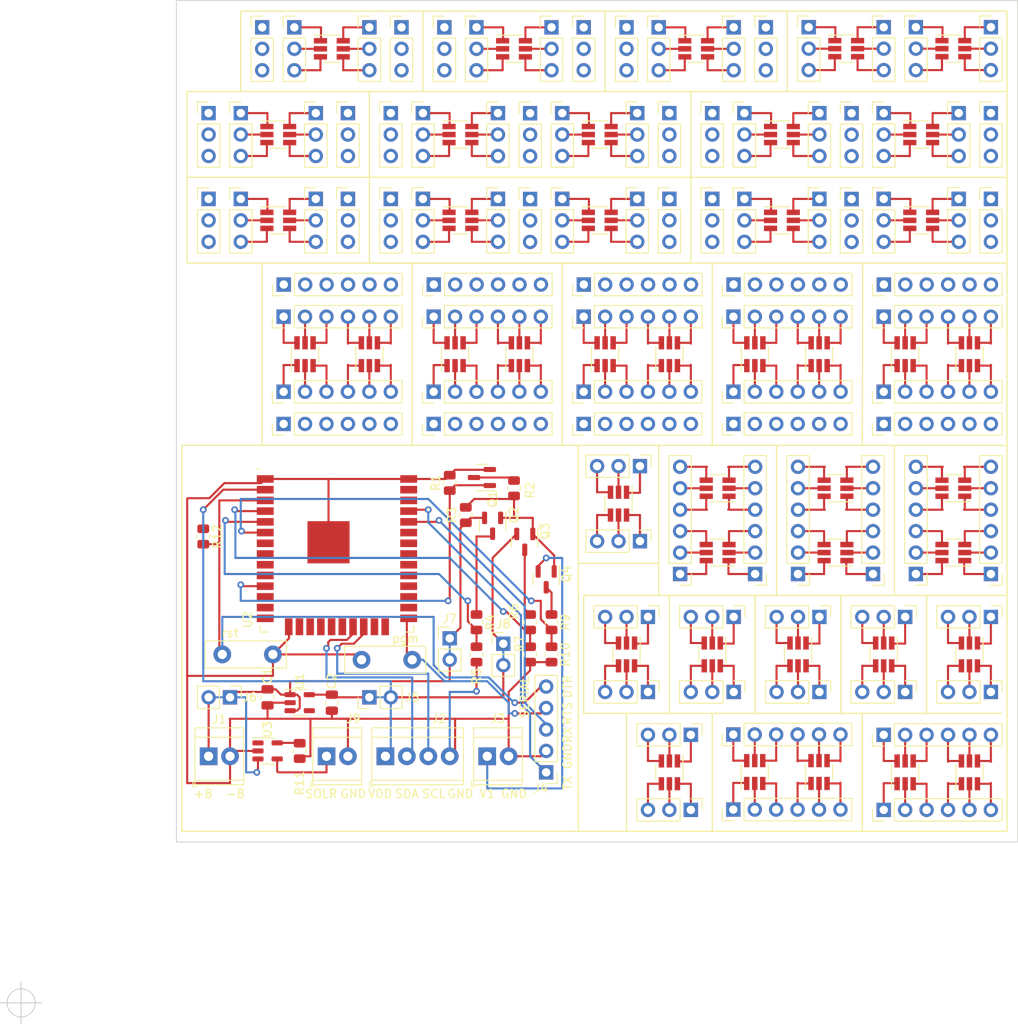
<source format=kicad_pcb>
(kicad_pcb (version 20211014) (generator pcbnew)
  (layers (0 "F.Cu" signal) (31 "B.Cu" signal) (34 "B.Paste" user) (35 "F.Paste" user) (36 "B.SilkS" user "B.Silkscreen") (37 "F.SilkS" user "F.Silkscreen") (38 "B.Mask" user) (39 "F.Mask" user) (44 "Edge.Cuts" user))
  (net 0 "")
  (net 1 "+BATT")
  (net 2 "VDD")
  (net 3 "/VBAT_SENSE")
  (net 4 "/VDD_SENSE")
  (net 5 "Net-(J4-Pad1)")
  (net 6 "Net-(J4-Pad3)")
  (net 7 "Net-(Q4-Pad3)")
  (net 8 "Net-(Q3-Pad3)")
  (net 9 "Net-(Q2-Pad3)")
  (net 11 "/V1_SENSE")
  (net 12 "/V2_SENSE")
  (net 24 "/SDA_OW")
  (net 25 "/SCL")
  (net 28 "/EN")
  (net 38 "Net-(Q2-Pad1)")
  (net 39 "Net-(Q1-Pad3)")
  (net 40 "GND")
  (net 41 "/VDIV_EN")
  (net 42 "/V1")
  (net 43 "/SOLAR")
  (net 44 "Net-(R11-Pad1)")
  (net 47 "/PGM")
  (footprint "Connector_PinHeader_2.54mm:PinHeader_1x03_P2.54mm_Vertical" (layer "F.Cu") (at 127 50.18)
    (fp_text reference "REF**" hide)
    (fp_text value "PinHeader_1x03_P2.54mm_Vertical" hide)
  )
  (footprint "Connector_PinHeader_2.54mm:PinHeader_1x03_P2.54mm_Vertical" (layer "F.Cu") (at 161.29 50.18)
    (fp_text reference "REF**" hide)
    (fp_text value "PinHeader_1x03_P2.54mm_Vertical" hide)
  )
  (footprint "Connector_PinHeader_2.54mm:PinHeader_1x03_P2.54mm_Vertical" (layer "F.Cu") (at 156.21 133.985 -90)
    (fp_text reference "REF**" hide)
    (fp_text value "PinHeader_1x03_P2.54mm_Vertical" hide)
  )
  (footprint "Connector_PinHeader_2.54mm:PinHeader_1x06_P2.54mm_Vertical" (layer "F.Cu") (at 179.07 84.455 90)
    (fp_text reference "REF**" hide)
    (fp_text value "PinHeader_1x06_P2.54mm_Vertical" hide)
  )
  (footprint "Connector_PinHeader_2.54mm:PinHeader_1x03_P2.54mm_Vertical" (layer "F.Cu") (at 148.59 50.18)
    (fp_text reference "REF**" hide)
    (fp_text value "PinHeader_1x03_P2.54mm_Vertical" hide)
  )
  (footprint "Connector_PinHeader_2.54mm:PinHeader_1x03_P2.54mm_Vertical" (layer "F.Cu") (at 130.81 50.18)
    (fp_text reference "REF**" hide)
    (fp_text value "PinHeader_1x03_P2.54mm_Vertical" hide)
  )
  (footprint "Package_TO_SOT_SMD:SOT-23-6_Handsoldering" (layer "F.Cu") (at 179.07 124.46 -90)
    (fp_text reference "REF**" hide)
    (fp_text value "SOT-23-6_Handsoldering" hide)
  )
  (footprint "Package_TO_SOT_SMD:SOT-23-6_Handsoldering" (layer "F.Cu") (at 128.905 73.04)
    (fp_text reference "REF**" hide)
    (fp_text value "SOT-23-6_Handsoldering" hide)
  )
  (footprint "Connector_PinHeader_2.54mm:PinHeader_1x06_P2.54mm_Vertical" (layer "F.Cu") (at 179.085 80.645 90)
    (fp_text reference "REF**" hide)
    (fp_text value "PinHeader_1x06_P2.54mm_Vertical" hide)
  )
  (footprint "Package_TO_SOT_SMD:SOT-23-6_Handsoldering" (layer "F.Cu") (at 145.415 62.88)
    (fp_text reference "REF**" hide)
    (fp_text value "SOT-23-6_Handsoldering" hide)
  )
  (footprint "Connector_PinHeader_2.54mm:PinHeader_1x03_P2.54mm_Vertical" (layer "F.Cu") (at 115.57 60.34)
    (fp_text reference "REF**" hide)
    (fp_text value "PinHeader_1x03_P2.54mm_Vertical" hide)
  )
  (footprint "Connector_PinHeader_2.54mm:PinHeader_1x06_P2.54mm_Vertical" (layer "F.Cu") (at 143.51 97.155 90)
    (fp_text reference "REF**" hide)
    (fp_text value "PinHeader_1x06_P2.54mm_Vertical" hide)
  )
  (footprint "Connector_PinHeader_2.54mm:PinHeader_1x03_P2.54mm_Vertical" (layer "F.Cu") (at 111.76 70.5)
    (fp_text reference "REF**" hide)
    (fp_text value "PinHeader_1x03_P2.54mm_Vertical" hide)
  )
  (footprint "Connector_PinHeader_2.54mm:PinHeader_1x03_P2.54mm_Vertical" (layer "F.Cu") (at 181.61 120.015 -90)
    (fp_text reference "REF**" hide)
    (fp_text value "PinHeader_1x03_P2.54mm_Vertical" hide)
  )
  (footprint "Package_TO_SOT_SMD:SOT-23-6_Handsoldering" (layer "F.Cu") (at 187.325 112.395 180)
    (fp_text reference "REF**" hide)
    (fp_text value "SOT-23-6_Handsoldering" hide)
  )
  (footprint "Connector_PinHeader_2.54mm:PinHeader_1x03_P2.54mm_Vertical" (layer "F.Cu") (at 121.92 50.18)
    (fp_text reference "REF**" hide)
    (fp_text value "PinHeader_1x03_P2.54mm_Vertical" hide)
  )
  (footprint "Package_TO_SOT_SMD:SOT-23-6_Handsoldering" (layer "F.Cu") (at 174.625 52.705)
    (fp_text reference "REF**" hide)
    (fp_text value "SOT-23-6_Handsoldering" hide)
  )
  (footprint "Connector_PinHeader_2.54mm:PinHeader_1x03_P2.54mm_Vertical" (layer "F.Cu") (at 102.87 60.34)
    (fp_text reference "REF**" hide)
    (fp_text value "PinHeader_1x03_P2.54mm_Vertical" hide)
  )
  (footprint "Connector_PinHeader_2.54mm:PinHeader_1x03_P2.54mm_Vertical" (layer "F.Cu") (at 120.65 70.5)
    (fp_text reference "REF**" hide)
    (fp_text value "PinHeader_1x03_P2.54mm_Vertical" hide)
  )
  (footprint "Connector_PinHeader_2.54mm:PinHeader_1x03_P2.54mm_Vertical" (layer "F.Cu") (at 124.46 70.5)
    (fp_text reference "REF**" hide)
    (fp_text value "PinHeader_1x03_P2.54mm_Vertical" hide)
  )
  (footprint "Resistor_SMD:R_0805_2012Metric" (layer "F.Cu") (at 98.425 110.49 -90)
    (fp_text reference "R12")
    (fp_text value "10K")
  )
  (footprint "Connector_PinHeader_2.54mm:PinHeader_1x02_P2.54mm_Vertical" (layer "F.Cu") (at 127.635 122.555)
    (fp_text reference "J7")
    (fp_text value "ALT_V2")
  )
  (footprint "Package_TO_SOT_SMD:SOT-23" (layer "F.Cu") (at 139.065 115.57 -90)
    (fp_text reference "Q4")
    (fp_text value "DMP1045U")
  )
  (footprint "TerminalBlock_TE-Connectivity:TerminalBlock_TE_282834-4_1x04_P2.54mm_Horizontal" (layer "F.Cu") (at 120.015 136.525)
    (fp_text reference "J2")
    (fp_text value "OW")
  )
  (footprint "Connector_PinHeader_2.54mm:PinHeader_1x03_P2.54mm_Vertical" (layer "F.Cu") (at 109.22 50.18)
    (fp_text reference "REF**" hide)
    (fp_text value "PinHeader_1x03_P2.54mm_Vertical" hide)
  )
  (footprint "Package_TO_SOT_SMD:SOT-23-6_Handsoldering" (layer "F.Cu") (at 107.315 73.04)
    (fp_text reference "REF**" hide)
    (fp_text value "SOT-23-6_Handsoldering" hide)
  )
  (footprint "Connector_PinHeader_2.54mm:PinHeader_1x06_P2.54mm_Vertical" (layer "F.Cu") (at 179.07 142.875 90)
    (fp_text reference "REF**" hide)
    (fp_text value "PinHeader_1x06_P2.54mm_Vertical" hide)
  )
  (footprint "Connector_PinHeader_2.54mm:PinHeader_1x06_P2.54mm_Vertical" (layer "F.Cu") (at 125.73 97.155 90)
    (fp_text reference "REF**" hide)
    (fp_text value "PinHeader_1x06_P2.54mm_Vertical" hide)
  )
  (footprint "Package_TO_SOT_SMD:SOT-23-6_Handsoldering" (layer "F.Cu") (at 168.91 124.46 -90)
    (fp_text reference "REF**" hide)
    (fp_text value "SOT-23-6_Handsoldering" hide)
  )
  (footprint "TerminalBlock_TE-Connectivity:TerminalBlock_TE_282834-2_1x02_P2.54mm_Horizontal" (layer "F.Cu") (at 113.03 136.525)
    (fp_text reference "J9")
    (fp_text value "Solar")
  )
  (footprint "Connector_PinHeader_2.54mm:PinHeader_1x06_P2.54mm_Vertical" (layer "F.Cu") (at 125.745 80.645 90)
    (fp_text reference "REF**" hide)
    (fp_text value "PinHeader_1x06_P2.54mm_Vertical" hide)
  )
  (footprint "Resistor_SMD:R_0805_2012Metric" (layer "F.Cu") (at 139.7 120.65 -90)
    (fp_text reference "R9")
    (fp_text value "10K")
  )
  (footprint "Package_TO_SOT_SMD:SOT-23-6_Handsoldering" (layer "F.Cu") (at 147.64 106.6 -90)
    (fp_text reference "REF**" hide)
    (fp_text value "SOT-23-6_Handsoldering" hide)
  )
  (footprint "Connector_PinHeader_2.54mm:PinHeader_1x03_P2.54mm_Vertical" (layer "F.Cu") (at 115.57 70.5)
    (fp_text reference "REF**" hide)
    (fp_text value "PinHeader_1x03_P2.54mm_Vertical" hide)
  )
  (footprint "Connector_PinHeader_2.54mm:PinHeader_1x03_P2.54mm_Vertical" (layer "F.Cu") (at 149.86 70.5)
    (fp_text reference "REF**" hide)
    (fp_text value "PinHeader_1x03_P2.54mm_Vertical" hide)
  )
  (footprint "Connector_PinHeader_2.54mm:PinHeader_1x03_P2.54mm_Vertical" (layer "F.Cu") (at 171.45 120.015 -90)
    (fp_text reference "REF**" hide)
    (fp_text value "PinHeader_1x03_P2.54mm_Vertical" hide)
  )
  (footprint "Connector_PinHeader_2.54mm:PinHeader_1x03_P2.54mm_Vertical" (layer "F.Cu") (at 120.65 60.34)
    (fp_text reference "REF**" hide)
    (fp_text value "PinHeader_1x03_P2.54mm_Vertical" hide)
  )
  (footprint "Connector_PinHeader_2.54mm:PinHeader_1x03_P2.54mm_Vertical" (layer "F.Cu") (at 124.46 60.34)
    (fp_text reference "REF**" hide)
    (fp_text value "PinHeader_1x03_P2.54mm_Vertical" hide)
  )
  (footprint "Package_TO_SOT_SMD:SOT-23" (layer "F.Cu") (at 131.445 103.505 180)
    (fp_text reference "Q1")
    (fp_text value "2N7002W")
  )
  (footprint "Connector_PinHeader_2.54mm:PinHeader_1x06_P2.54mm_Vertical" (layer "F.Cu") (at 161.26 97.155 90)
    (fp_text reference "REF**" hide)
    (fp_text value "PinHeader_1x06_P2.54mm_Vertical" hide)
  )
  (footprint "Package_TO_SOT_SMD:SOT-23-6_Handsoldering" (layer "F.Cu") (at 113.665 52.72)
    (fp_text reference "REF**" hide)
    (fp_text value "SOT-23-6_Handsoldering" hide)
  )
  (footprint "Package_TO_SOT_SMD:SOT-23-6_Handsoldering" (layer "F.Cu") (at 187.325 52.705)
    (fp_text reference "REF**" hide)
    (fp_text value "SOT-23-6_Handsoldering" hide)
  )
  (footprint "Connector_PinHeader_2.54mm:PinHeader_1x03_P2.54mm_Vertical" (layer "F.Cu") (at 161.29 120.015 -90)
    (fp_text reference "REF**" hide)
    (fp_text value "PinHeader_1x03_P2.54mm_Vertical" hide)
  )
  (footprint "Connector_PinHeader_2.54mm:PinHeader_1x02_P2.54mm_Vertical" (layer "F.Cu") (at 133.985 123.19)
    (fp_text reference "J8")
    (fp_text value "ALT_V3")
  )
  (footprint "Connector_PinHeader_2.54mm:PinHeader_1x06_P2.54mm_Vertical" (layer "F.Cu") (at 177.8 114.935 180)
    (fp_text reference "REF**" hide)
    (fp_text value "PinHeader_1x06_P2.54mm_Vertical" hide)
  )
  (footprint "Connector_PinHeader_2.54mm:PinHeader_1x03_P2.54mm_Vertical" (layer "F.Cu") (at 171.45 128.905 -90)
    (fp_text reference "REF**" hide)
    (fp_text value "PinHeader_1x03_P2.54mm_Vertical" hide)
  )
  (footprint "Package_TO_SOT_SMD:SOT-23-5" (layer "F.Cu") (at 109.855 130.175)
    (fp_text reference "U1")
    (fp_text value "RT9080-33")
  )
  (footprint "Connector_PinHeader_2.54mm:PinHeader_1x03_P2.54mm_Vertical" (layer "F.Cu") (at 150.18 111.045 -90)
    (fp_text reference "REF**" hide)
    (fp_text value "PinHeader_1x03_P2.54mm_Vertical" hide)
  )
  (footprint "Package_TO_SOT_SMD:SOT-23-6_Handsoldering" (layer "F.Cu") (at 159.385 112.395 180)
    (fp_text reference "REF**" hide)
    (fp_text value "SOT-23-6_Handsoldering" hide)
  )
  (footprint "Connector_PinHeader_2.54mm:PinHeader_1x03_P2.54mm_Vertical" (layer "F.Cu") (at 151.13 128.905 -90)
    (fp_text reference "REF**" hide)
    (fp_text value "PinHeader_1x03_P2.54mm_Vertical" hide)
  )
  (footprint "Connector_PinHeader_2.54mm:PinHeader_1x03_P2.54mm_Vertical" (layer "F.Cu") (at 162.56 70.5)
    (fp_text reference "REF**" hide)
    (fp_text value "PinHeader_1x03_P2.54mm_Vertical" hide)
  )
  (footprint "Connector_PinHeader_2.54mm:PinHeader_1x06_P2.54mm_Vertical" (layer "F.Cu") (at 168.91 114.935 180)
    (fp_text reference "REF**" hide)
    (fp_text value "PinHeader_1x06_P2.54mm_Vertical" hide)
  )
  (footprint "Connector_PinHeader_2.54mm:PinHeader_1x03_P2.54mm_Vertical" (layer "F.Cu") (at 171.45 70.5)
    (fp_text reference "REF**" hide)
    (fp_text value "PinHeader_1x03_P2.54mm_Vertical" hide)
  )
  (footprint "MountingHole:MountingHole_2.2mm_M2" (layer "F.Cu") (at 98.425 102.235)
    (fp_text reference "REF**" hide)
    (fp_text value "MountingHole_2.2mm_M2" hide)
  )
  (footprint "Connector_PinHeader_2.54mm:PinHeader_1x03_P2.54mm_Vertical" (layer "F.Cu") (at 153.67 70.5)
    (fp_text reference "REF**" hide)
    (fp_text value "PinHeader_1x03_P2.54mm_Vertical" hide)
  )
  (footprint "Connector_PinHeader_2.54mm:PinHeader_1x06_P2.54mm_Vertical" (layer "F.Cu") (at 161.245062 133.94696 90)
    (fp_text reference "REF**" hide)
    (fp_text value "PinHeader_1x06_P2.54mm_Vertical" hide)
  )
  (footprint "Connector_PinHeader_2.54mm:PinHeader_1x06_P2.54mm_Vertical" (layer "F.Cu") (at 161.26 93.345 90)
    (fp_text reference "REF**" hide)
    (fp_text value "PinHeader_1x06_P2.54mm_Vertical" hide)
  )
  (footprint "Package_TO_SOT_SMD:SOT-23-6_Handsoldering" (layer "F.Cu") (at 173.355 104.775 180)
    (fp_text reference "REF**" hide)
    (fp_text value "SOT-23-6_Handsoldering" hide)
  )
  (footprint "Capacitor_SMD:C_0805_2012Metric" (layer "F.Cu") (at 113.665 130.175 -90)
    (fp_text reference "C2")
    (fp_text value "1uF")
  )
  (footprint "Package_TO_SOT_SMD:SOT-23-6_Handsoldering" (layer "F.Cu") (at 163.8 88.9 90)
    (fp_text reference "REF**" hide)
    (fp_text value "SOT-23-6_Handsoldering" hide)
  )
  (footprint "Connector_PinHeader_2.54mm:PinHeader_1x06_P2.54mm_Vertical" (layer "F.Cu") (at 143.51 84.455 90)
    (fp_text reference "REF**" hide)
    (fp_text value "PinHeader_1x06_P2.54mm_Vertical" hide)
  )
  (footprint "Connector_PinHeader_2.54mm:PinHeader_1x02_P2.54mm_Vertical" (layer "F.Cu") (at 118.11 129.54 90)
    (fp_text reference "J5")
    (fp_text value "VDD_I_SENSE")
  )
  (footprint "Package_TO_SOT_SMD:SOT-23-6_Handsoldering" (layer "F.Cu") (at 173.355 112.395 180)
    (fp_text reference "REF**" hide)
    (fp_text value "SOT-23-6_Handsoldering" hide)
  )
  (footprint "Connector_PinHeader_2.54mm:PinHeader_1x03_P2.54mm_Vertical" (layer "F.Cu") (at 179.07 70.5)
    (fp_text reference "REF**" hide)
    (fp_text value "PinHeader_1x03_P2.54mm_Vertical" hide)
  )
  (footprint "Connector_PinHeader_2.54mm:PinHeader_1x06_P2.54mm_Vertical" (layer "F.Cu") (at 107.95 84.455 90)
    (fp_text reference "REF**" hide)
    (fp_text value "PinHeader_1x06_P2.54mm_Vertical" hide)
  )
  (footprint "Connector_PinHeader_2.54mm:PinHeader_1x03_P2.54mm_Vertical" (layer "F.Cu") (at 99.06 60.34)
    (fp_text reference "REF**" hide)
    (fp_text value "PinHeader_1x03_P2.54mm_Vertical" hide)
  )
  (footprint "Connector_PinHeader_2.54mm:PinHeader_1x03_P2.54mm_Vertical" (layer "F.Cu") (at 191.77 50.165)
    (fp_text reference "REF**" hide)
    (fp_text value "PinHeader_1x03_P2.54mm_Vertical" hide)
  )
  (footprint "Connector_PinHeader_2.54mm:PinHeader_1x03_P2.54mm_Vertical" (layer "F.Cu") (at 181.61 128.905 -90)
    (fp_text reference "REF**" hide)
    (fp_text value "PinHeader_1x03_P2.54mm_Vertical" hide)
  )
  (footprint "TerminalBlock_TE-Connectivity:TerminalBlock_TE_282834-2_1x02_P2.54mm_Horizontal" (layer "F.Cu") (at 99.06 136.525)
    (fp_text reference "J1")
    (fp_text value "Battery")
  )
  (footprint "Package_TO_SOT_SMD:SOT-23-6_Handsoldering" (layer "F.Cu") (at 167.005 62.88)
    (fp_text reference "REF**" hide)
    (fp_text value "SOT-23-6_Handsoldering" hide)
  )
  (footprint "Resistor_SMD:R_0805_2012Metric" (layer "F.Cu") (at 139.7 124.46 -90)
    (fp_text reference "R10")
    (fp_text value "10K")
  )
  (footprint "Connector_PinHeader_2.54mm:PinHeader_1x06_P2.54mm_Vertical" (layer "F.Cu") (at 143.525 80.645 90)
    (fp_text reference "REF**" hide)
    (fp_text value "PinHeader_1x06_P2.54mm_Vertical" hide)
  )
  (footprint "Connector_PinHeader_2.54mm:PinHeader_1x06_P2.54mm_Vertical" (layer "F.Cu") (at 143.51 93.345 90)
    (fp_text reference "REF**" hide)
    (fp_text value "PinHeader_1x06_P2.54mm_Vertical" hide)
  )
  (footprint "Connector_PinHeader_2.54mm:PinHeader_1x03_P2.54mm_Vertical" (layer "F.Cu") (at 140.97 70.5)
    (fp_text reference "REF**" hide)
    (fp_text value "PinHeader_1x03_P2.54mm_Vertical" hide)
  )
  (footprint "Connector_PinHeader_2.54mm:PinHeader_1x06_P2.54mm_Vertical" (layer "F.Cu") (at 161.26 84.455 90)
    (fp_text reference "REF**" hide)
    (fp_text value "PinHeader_1x06_P2.54mm_Vertical" hide)
  )
  (footprint "Connector_PinHeader_2.54mm:PinHeader_1x03_P2.54mm_Vertical" (layer "F.Cu") (at 139.7 50.18)
    (fp_text reference "REF**" hide)
    (fp_text value "PinHeader_1x03_P2.54mm_Vertical" hide)
  )
  (footprint "Connector_PinHeader_2.54mm:PinHeader_1x06_P2.54mm_Vertical" (layer "F.Cu") (at 179.07 93.345 90)
    (fp_text reference "REF**" hide)
    (fp_text value "PinHeader_1x06_P2.54mm_Vertical" hide)
  )
  (footprint "Connector_PinHeader_2.54mm:PinHeader_1x03_P2.54mm_Vertical" (layer "F.Cu") (at 187.96 60.34)
    (fp_text reference "REF**" hide)
    (fp_text value "PinHeader_1x03_P2.54mm_Vertical" hide)
  )
  (footprint "Connector_PinHeader_2.54mm:PinHeader_1x03_P2.54mm_Vertical" (layer "F.Cu") (at 143.51 50.18)
    (fp_text reference "REF**" hide)
    (fp_text value "PinHeader_1x03_P2.54mm_Vertical" hide)
  )
  (footprint "Package_TO_SOT_SMD:SOT-23-6_Handsoldering" (layer "F.Cu") (at 110.49 88.9 90)
    (fp_text reference "REF**" hide)
    (fp_text value "SOT-23-6_Handsoldering" hide)
  )
  (footprint "Connector_PinHeader_2.54mm:PinHeader_1x06_P2.54mm_Vertical" (layer "F.Cu") (at 179.07 133.985 90)
    (fp_text reference "REF**" hide)
    (fp_text value "PinHeader_1x06_P2.54mm_Vertical" hide)
  )
  (footprint "Capacitor_SMD:C_0805_2012Metric" (layer "F.Cu") (at 106.045 129.54 -90)
    (fp_text reference "C1")
    (fp_text value "1uF")
  )
  (footprint "Connector_PinHeader_2.54mm:PinHeader_1x03_P2.54mm_Vertical" (layer "F.Cu") (at 140.97 60.34)
    (fp_text reference "REF**" hide)
    (fp_text value "PinHeader_1x03_P2.54mm_Vertical" hide)
  )
  (footprint "Package_TO_SOT_SMD:SOT-23-6_Handsoldering" (layer "F.Cu") (at 187.325 104.775 180)
    (fp_text reference "REF**" hide)
    (fp_text value "SOT-23-6_Handsoldering" hide)
  )
  (footprint "Package_TO_SOT_SMD:SOT-23-6_Handsoldering" (layer "F.Cu") (at 156.845 52.72)
    (fp_text reference "REF**" hide)
    (fp_text value "SOT-23-6_Handsoldering" hide)
  )
  (footprint "Connector_PinHeader_2.54mm:PinHeader_1x06_P2.54mm_Vertical" (layer "F.Cu") (at 125.73 84.455 90)
    (fp_text reference "REF**" hide)
    (fp_text value "PinHeader_1x06_P2.54mm_Vertical" hide)
  )
  (footprint "Connector_PinHeader_2.54mm:PinHeader_1x05_P2.54mm_Vertical" (layer "F.Cu") (at 139.065 138.43 180)
    (fp_text reference "J4")
    (fp_text value "Serial")
  )
  (footprint "Package_TO_SOT_SMD:SOT-23-6_Handsoldering" (layer "F.Cu") (at 189.23 138.43 90)
    (fp_text reference "REF**" hide)
    (fp_text value "SOT-23-6_Handsoldering" hide)
  )
  (footprint "Connector_PinHeader_2.54mm:PinHeader_1x06_P2.54mm_Vertical" (layer "F.Cu") (at 107.965 80.645 90)
    (fp_text reference "REF**" hide)
    (fp_text value "PinHeader_1x06_P2.54mm_Vertical" hide)
  )
  (footprint "Connector_PinHeader_2.54mm:PinHeader_1x03_P2.54mm_Vertical" (layer "F.Cu") (at 158.75 70.5)
    (fp_text reference "REF**" hide)
    (fp_text value "PinHeader_1x03_P2.54mm_Vertical" hide)
  )
  (footprint "Connector_PinHeader_2.54mm:PinHeader_1x03_P2.54mm_Vertical" (layer "F.Cu") (at 102.87 70.5)
    (fp_text reference "REF**" hide)
    (fp_text value "PinHeader_1x03_P2.54mm_Vertical" hide)
  )
  (footprint "Connector_PinHeader_2.54mm:PinHeader_1x06_P2.54mm_Vertical" (layer "F.Cu") (at 182.88 114.935 180)
    (fp_text reference "REF**" hide)
    (fp_text value "PinHeader_1x06_P2.54mm_Vertical" hide)
  )
  (footprint "Package_TO_SOT_SMD:SOT-23-6_Handsoldering" (layer "F.Cu") (at 145.415 73.04)
    (fp_text reference "REF**" hide)
    (fp_text value "SOT-23-6_Handsoldering" hide)
  )
  (footprint "Package_TO_SOT_SMD:SOT-23-6_Handsoldering" (layer "F.Cu") (at 181.61 138.43 90)
    (fp_text reference "REF**" hide)
    (fp_text value "SOT-23-6_Handsoldering" hide)
  )
  (footprint "Connector_PinHeader_2.54mm:PinHeader_1x03_P2.54mm_Vertical" (layer "F.Cu") (at 162.56 60.34)
    (fp_text reference "REF**" hide)
    (fp_text value "PinHeader_1x03_P2.54mm_Vertical" hide)
  )
  (footprint "Package_TO_SOT_SMD:SOT-23-6_Handsoldering" (layer "F.Cu") (at 171.405062 138.39196 90)
    (fp_text reference "REF**" hide)
    (fp_text value "SOT-23-6_Handsoldering" hide)
  )
  (footprint "MountingHole:MountingHole_2.2mm_M2" (layer "F.Cu") (at 140.335 102.235)
    (fp_text reference "REF**" hide)
    (fp_text value "MountingHole_2.2mm_M2" hide)
  )
  (footprint "Package_TO_SOT_SMD:SOT-23-6_Handsoldering" (layer "F.Cu") (at 159.385 104.775 180)
    (fp_text reference "REF**" hide)
    (fp_text value "SOT-23-6_Handsoldering" hide)
  )
  (footprint "Resistor_SMD:R_0805_2012Metric" (layer "F.Cu") (at 129.54 107.95 90)
    (fp_text reference "R3")
    (fp_text value "10K")
  )
  (footprint "Connector_PinHeader_2.54mm:PinHeader_1x03_P2.54mm_Vertical" (layer "F.Cu") (at 99.06 70.5)
    (fp_text reference "REF**" hide)
    (fp_text value "PinHeader_1x03_P2.54mm_Vertical" hide)
  )
  (footprint "Connector_PinHeader_2.54mm:PinHeader_1x03_P2.54mm_Vertical" (layer "F.Cu") (at 191.77 60.34)
    (fp_text reference "REF**" hide)
    (fp_text value "PinHeader_1x03_P2.54mm_Vertical" hide)
  )
  (footprint "Package_TO_SOT_SMD:SOT-23-6_Handsoldering" (layer "F.Cu") (at 171.42 88.9 90)
    (fp_text reference "REF**" hide)
    (fp_text value "SOT-23-6_Handsoldering" hide)
  )
  (footprint "Connector_PinHeader_2.54mm:PinHeader_1x03_P2.54mm_Vertical" (layer "F.Cu") (at 179.07 60.34)
    (fp_text reference "REF**" hide)
    (fp_text value "PinHeader_1x03_P2.54mm_Vertical" hide)
  )
  (footprint "Resistor_SMD:R_0805_2012Metric" (layer "F.Cu") (at 130.81 124.46 -90)
    (fp_text reference "R5")
    (fp_text value "10K")
  )
  (footprint "Package_TO_SOT_SMD:SOT-23-6_Handsoldering" (layer "F.Cu") (at 189.23 88.9 90)
    (fp_text reference "REF**" hide)
    (fp_text value "SOT-23-6_Handsoldering" hide)
  )
  (footprint "Connector_PinHeader_2.54mm:PinHeader_1x06_P2.54mm_Vertical" (layer "F.Cu") (at 154.94 114.935 180)
    (fp_text reference "REF**" hide)
    (fp_text value "PinHeader_1x06_P2.54mm_Vertical" hide)
  )
  (footprint "Connector_PinHeader_2.54mm:PinHeader_1x03_P2.54mm_Vertical" (layer "F.Cu") (at 151.13 120.015 -90)
    (fp_text reference "REF**" hide)
    (fp_text value "PinHeader_1x03_P2.54mm_Vertical" hide)
  )
  (footprint "Package_TO_SOT_SMD:SOT-23-6_Handsoldering" (layer "F.Cu") (at 118.11 88.9 90)
    (fp_text reference "REF**" hide)
    (fp_text value "SOT-23-6_Handsoldering" hide)
  )
  (footprint "Connector_PinHeader_2.54mm:PinHeader_1x03_P2.54mm_Vertical" (layer "F.Cu") (at 171.45 60.34)
    (fp_text reference "REF**" hide)
    (fp_text value "PinHeader_1x03_P2.54mm_Vertical" hide)
  )
  (footprint "Connector_PinHeader_2.54mm:PinHeader_1x03_P2.54mm_Vertical" (layer "F.Cu") (at 191.77 70.5)
    (fp_text reference "REF**" hide)
    (fp_text value "PinHeader_1x03_P2.54mm_Vertical" hide)
  )
  (footprint "Connector_PinHeader_2.54mm:PinHeader_1x03_P2.54mm_Vertical" (layer "F.Cu") (at 165.1 50.18)
    (fp_text reference "REF**" hide)
    (fp_text value "PinHeader_1x03_P2.54mm_Vertical" hide)
  )
  (footprint "Connector_PinHeader_2.54mm:PinHeader_1x06_P2.54mm_Vertical" (layer "F.Cu") (at 107.95 93.345 90)
    (fp_text reference "REF**" hide)
    (fp_text value "PinHeader_1x06_P2.54mm_Vertical" hide)
  )
  (footprint "Connector_PinHeader_2.54mm:PinHeader_1x03_P2.54mm_Vertical" (layer "F.Cu") (at 137.16 60.355)
    (fp_text reference "REF**" hide)
    (fp_text value "PinHeader_1x03_P2.54mm_Vertical" hide)
  )
  (footprint "Package_TO_SOT_SMD:SOT-23-6_Handsoldering" (layer "F.Cu") (at 148.59 124.46 -90)
    (fp_text reference "REF**" hide)
    (fp_text value "SOT-23-6_Handsoldering" hide)
  )
  (footprint "Connector_PinHeader_2.54mm:PinHeader_1x03_P2.54mm_Vertical" (layer "F.Cu") (at 153.67 60.34)
    (fp_text reference "REF**" hide)
    (fp_text value "PinHeader_1x03_P2.54mm_Vertical" hide)
  )
  (footprint "Package_TO_SOT_SMD:SOT-23" (layer "F.Cu") (at 136.525 111.125 -90)
    (fp_text reference "Q3")
    (fp_text value "DMP1045U")
  )
  (footprint "Connector_PinHeader_2.54mm:PinHeader_1x06_P2.54mm_Vertical" (layer "F.Cu") (at 125.73 93.345 90)
    (fp_text reference "REF**" hide)
    (fp_text value "PinHeader_1x06_P2.54mm_Vertical" hide)
  )
  (footprint "Connector_PinHeader_2.54mm:PinHeader_1x06_P2.54mm_Vertical" (layer "F.Cu") (at 179.07 97.155 90)
    (fp_text reference "REF**" hide)
    (fp_text value "PinHeader_1x06_P2.54mm_Vertical" hide)
  )
  (footprint "Package_TO_SOT_SMD:SOT-23-6_Handsoldering" (layer "F.Cu") (at 167.005 73.04)
    (fp_text reference "REF**" hide)
    (fp_text value "SOT-23-6_Handsoldering" hide)
  )
  (footprint "Connector_PinHeader_2.54mm:PinHeader_1x03_P2.54mm_Vertical" (layer "F.Cu") (at 175.26 60.355)
    (fp_text reference "REF**" hide)
    (fp_text value "PinHeader_1x03_P2.54mm_Vertical" hide)
  )
  (footprint "TerminalBlock_TE-Connectivity:TerminalBlock_TE_282834-2_1x02_P2.54mm_Horizontal" (layer "F.Cu") (at 132.08 136.525)
    (fp_text reference "J3")
    (fp_text value "V1")
  )
  (footprint "Connector_PinHeader_2.54mm:PinHeader_1x03_P2.54mm_Vertical" (layer "F.Cu") (at 179.07 50.165)
    (fp_text reference "REF**" hide)
    (fp_text value "PinHeader_1x03_P2.54mm_Vertical" hide)
  )
  (footprint "Connector_PinHeader_2.54mm:PinHeader_1x03_P2.54mm_Vertical" (layer "F.Cu") (at 118.11 50.18)
    (fp_text reference "REF**" hide)
    (fp_text value "PinHeader_1x03_P2.54mm_Vertical" hide)
  )
  (footprint "Package_TO_SOT_SMD:SOT-23-6_Handsoldering" (layer "F.Cu") (at 181.61 88.9 90)
    (fp_text reference "REF**" hide)
    (fp_text value "SOT-23-6_Handsoldering" hide)
  )
  (footprint "0-Eyal:My_Switch" (layer "F.Cu") (at 106.68 124.46 180)
    (fp_text reference "rst")
    (fp_text value "SW_Push")
  )
  (footprint "Connector_PinHeader_2.54mm:PinHeader_1x06_P2.54mm_Vertical" (layer "F.Cu") (at 161.275 80.645 90)
    (fp_text reference "REF**" hide)
    (fp_text value "PinHeader_1x06_P2.54mm_Vertical" hide)
  )
  (footprint "Connector_PinHeader_2.54mm:PinHeader_1x03_P2.54mm_Vertical" (layer "F.Cu") (at 150.18 102.155 -90)
    (fp_text reference "REF**" hide)
    (fp_text value "PinHeader_1x03_P2.54mm_Vertical" hide)
  )
  (footprint "Connector_PinHeader_2.54mm:PinHeader_1x03_P2.54mm_Vertical" (layer "F.Cu") (at 191.77 120.015 -90)
    (fp_text reference "REF**" hide)
    (fp_text value "PinHeader_1x03_P2.54mm_Vertical" hide)
  )
  (footprint "Connector_PinHeader_2.54mm:PinHeader_1x03_P2.54mm_Vertical" (layer "F.Cu") (at 105.41 50.18)
    (fp_text reference "REF**" hide)
    (fp_text value "PinHeader_1x03_P2.54mm_Vertical" hide)
  )
  (footprint "Package_TO_SOT_SMD:SOT-23-6_Handsoldering" (layer "F.Cu") (at 153.67 138.43 -90)
    (fp_text reference "REF**" hide)
    (fp_text value "SOT-23-6_Handsoldering" hide)
  )
  (footprint "Package_TO_SOT_SMD:SOT-23-6_Handsoldering" (layer "F.Cu") (at 163.785062 138.39196 90)
    (fp_text reference "REF**" hide)
    (fp_text value "SOT-23-6_Handsoldering" hide)
  )
  (footprint "Package_TO_SOT_SMD:SOT-23-6_Handsoldering" (layer "F.Cu") (at 128.905 62.88)
    (fp_text reference "REF**" hide)
    (fp_text value "SOT-23-6_Handsoldering" hide)
  )
  (footprint "Package_TO_SOT_SMD:SOT-23-6_Handsoldering" (layer "F.Cu") (at 158.75 124.46 -90)
    (fp_text reference "REF**" hide)
    (fp_text value "SOT-23-6_Handsoldering" hide)
  )
  (footprint "Connector_PinHeader_2.54mm:PinHeader_1x06_P2.54mm_Vertical" (layer "F.Cu") (at 191.77 114.935 180)
    (fp_text reference "REF**" hide)
    (fp_text value "PinHeader_1x06_P2.54mm_Vertical" hide)
  )
  (footprint "Resistor_SMD:R_0805_2012Metric" (layer "F.Cu") (at 135.255 104.775 90)
    (fp_text reference "R2")
    (fp_text value "100R")
  )
  (footprint "Package_TO_SOT_SMD:SOT-23-6_Handsoldering" (layer "F.Cu") (at 107.315 62.88)
    (fp_text reference "REF**" hide)
    (fp_text value "SOT-23-6_Handsoldering" hide)
  )
  (footprint "Connector_PinHeader_2.54mm:PinHeader_1x03_P2.54mm_Vertical" (layer "F.Cu") (at 149.86 60.34)
    (fp_text reference "REF**" hide)
    (fp_text value "PinHeader_1x03_P2.54mm_Vertical" hide)
  )
  (footprint "Connector_PinHeader_2.54mm:PinHeader_1x02_P2.54mm_Vertical" (layer "F.Cu") (at 101.6 129.54 -90)
    (fp_text reference "J6")
    (fp_text value "BATT_I_SENSE")
  )
  (footprint "Package_TO_SOT_SMD:SOT-23-6_Handsoldering" (layer "F.Cu") (at 183.515 62.88)
    (fp_text reference "REF**" hide)
    (fp_text value "SOT-23-6_Handsoldering" hide)
  )
  (footprint "Connector_PinHeader_2.54mm:PinHeader_1x06_P2.54mm_Vertical" (layer "F.Cu") (at 107.95 97.155 90)
    (fp_text reference "REF**" hide)
    (fp_text value "PinHeader_1x06_P2.54mm_Vertical" hide)
  )
  (footprint "0-Eyal:ESP32-WROOM-32" (layer "F.Cu") (at 114.27 111.93)
    (fp_text reference "U2")
    (fp_text value "ESP32-WROOM-32")
  )
  (footprint "Package_TO_SOT_SMD:SOT-23-6_Handsoldering" (layer "F.Cu") (at 135.255 52.72)
    (fp_text reference "REF**" hide)
    (fp_text value "SOT-23-6_Handsoldering" hide)
  )
  (footprint "Connector_PinHeader_2.54mm:PinHeader_1x03_P2.54mm_Vertical" (layer "F.Cu") (at 133.35 60.34)
    (fp_text reference "REF**" hide)
    (fp_text value "PinHeader_1x03_P2.54mm_Vertical" hide)
  )
  (footprint "Resistor_SMD:R_0805_2012Metric" (layer "F.Cu") (at 137.16 120.65 -90)
    (fp_text reference "R6")
    (fp_text value "10K")
  )
  (footprint "MountingHole:MountingHole_2.2mm_M2" (layer "F.Cu") (at 140.335 142.875)
    (fp_text reference "REF**" hide)
    (fp_text value "MountingHole_2.2mm_M2" hide)
  )
  (footprint "MountingHole:MountingHole_2.2mm_M2" (layer "F.Cu") (at 98.425 142.875)
    (fp_text reference "REF**" hide)
    (fp_text value "MountingHole_2.2mm_M2" hide)
  )
  (footprint "Package_TO_SOT_SMD:SOT-23-6_Handsoldering" (layer "F.Cu") (at 153.67 88.9 90)
    (fp_text reference "REF**" hide)
    (fp_text value "SOT-23-6_Handsoldering" hide)
  )
  (footprint "Connector_PinHeader_2.54mm:PinHeader_1x03_P2.54mm_Vertical" (layer "F.Cu") (at 170.18 50.165)
    (fp_text reference "REF**" hide)
    (fp_text value "PinHeader_1x03_P2.54mm_Vertical" hide)
  )
  (footprint "Connector_PinHeader_2.54mm:PinHeader_1x06_P2.54mm_Vertical" (layer "F.Cu") (at 161.245062 142.83696 90)
    (fp_text reference "REF**" hide)
    (fp_text value "PinHeader_1x06_P2.54mm_Vertical" hide)
  )
  (footprint "Package_TO_SOT_SMD:SOT-23-6_Handsoldering" (layer "F.Cu") (at 128.27 88.9 90)
    (fp_text reference "REF**" hide)
    (fp_text value "SOT-23-6_Handsoldering" hide)
  )
  (footprint "Connector_PinHeader_2.54mm:PinHeader_1x03_P2.54mm_Vertical" (layer "F.Cu") (at 152.4 50.18)
    (fp_text reference "REF**" hide)
    (fp_text value "PinHeader_1x03_P2.54mm_Vertical" hide)
  )
  (footprint "Package_TO_SOT_SMD:SOT-23-6_Handsoldering" (layer "F.Cu") (at 135.89 88.9 90)
    (fp_text reference "REF**" hide)
    (fp_text value "SOT-23-6_Handsoldering" hide)
  )
  (footprint "Resistor_SMD:R_0805_2012Metric" (layer "F.Cu") (at 137.16 124.46 -90)
    (fp_text reference "R7")
    (fp_text value "10K")
  )
  (footprint "Resistor_SMD:R_0805_2012Metric" (layer "F.Cu") (at 130.81 120.65 -90)
    (fp_text reference "R4")
    (fp_text value "10K")
  )
  (footprint "Connector_PinHeader_2.54mm:PinHeader_1x03_P2.54mm_Vertical" (layer "F.Cu") (at 137.16 70.515)
    (fp_text reference "REF**" hide)
    (fp_text value "PinHeader_1x03_P2.54mm_Vertical" hide)
  )
  (footprint "Connector_PinHeader_2.54mm:PinHeader_1x03_P2.54mm_Vertical" (layer "F.Cu") (at 133.35 70.5)
    (fp_text reference "REF**" hide)
    (fp_text value "PinHeader_1x03_P2.54mm_Vertical" hide)
  )
  (footprint "Resistor_SMD:R_0805_2012Metric" (layer "F.Cu") (at 127.635 104.14 90)
    (fp_text reference "R1")
    (fp_text value "10K")
  )
  (footprint "Connector_PinHeader_2.54mm:PinHeader_1x03_P2.54mm_Vertical" (layer "F.Cu") (at 156.21 142.875 -90)
    (fp_text reference "REF**" hide)
    (fp_text value "PinHeader_1x03_P2.54mm_Vertical" hide)
  )
  (footprint "Package_TO_SOT_SMD:SOT-23-6_Handsoldering" (layer "F.Cu") (at 146.05 88.9 90)
    (fp_text reference "REF**" hide)
    (fp_text value "SOT-23-6_Handsoldering" hide)
  )
  (footprint "Package_TO_SOT_SMD:SOT-23" (layer "F.Cu") (at 132.715 109.22 -90)
    (fp_text reference "Q2")
    (fp_text value "DMP1045U")
  )
  (footprint "Connector_PinHeader_2.54mm:PinHeader_1x03_P2.54mm_Vertical" (layer "F.Cu") (at 191.77 128.905 -90)
    (fp_text reference "REF**" hide)
    (fp_text value "PinHeader_1x03_P2.54mm_Vertical" hide)
  )
  (footprint "Package_TO_SOT_SMD:SOT-23-5" (layer "F.Cu") (at 106.045 135.89)
    (fp_text reference "U3")
    (fp_text value "MCP73831")
  )
  (footprint "Package_TO_SOT_SMD:SOT-23-6_Handsoldering" (layer "F.Cu") (at 183.515 73.04)
    (fp_text reference "REF**" hide)
    (fp_text value "SOT-23-6_Handsoldering" hide)
  )
  (footprint "Connector_PinHeader_2.54mm:PinHeader_1x03_P2.54mm_Vertical" (layer "F.Cu") (at 187.96 70.5)
    (fp_text reference "REF**" hide)
    (fp_text value "PinHeader_1x03_P2.54mm_Vertical" hide)
  )
  (footprint "Connector_PinHeader_2.54mm:PinHeader_1x03_P2.54mm_Vertical" (layer "F.Cu") (at 182.88 50.165)
    (fp_text reference "REF**" hide)
    (fp_text value "PinHeader_1x03_P2.54mm_Vertical" hide)
  )
  (footprint "Connector_PinHeader_2.54mm:PinHeader_1x03_P2.54mm_Vertical" (layer "F.Cu") (at 111.76 60.34)
    (fp_text reference "REF**" hide)
    (fp_text value "PinHeader_1x03_P2.54mm_Vertical" hide)
  )
  (footprint "Connector_PinHeader_2.54mm:PinHeader_1x03_P2.54mm_Vertical" (layer "F.Cu") (at 175.26 70.515)
    (fp_text reference "REF**" hide)
    (fp_text value "PinHeader_1x03_P2.54mm_Vertical" hide)
  )
  (footprint "Resistor_SMD:R_0805_2012Metric" (layer "F.Cu") (at 109.855 135.89 -90)
    (fp_text reference "R11")
    (fp_text value "2K")
  )
  (footprint "Connector_PinHeader_2.54mm:PinHeader_1x06_P2.54mm_Vertical" (layer "F.Cu") (at 163.83 114.935 180)
    (fp_text reference "REF**" hide)
    (fp_text value "PinHeader_1x06_P2.54mm_Vertical" hide)
  )
  (footprint "0-Eyal:My_Switch" (layer "F.Cu") (at 123.19 125.095 180)
    (fp_text reference "pgm")
    (fp_text value "SW_Push")
  )
  (footprint "Package_TO_SOT_SMD:SOT-23-6_Handsoldering" (layer "F.Cu") (at 189.23 124.46 -90)
    (fp_text reference "REF**" hide)
    (fp_text value "SOT-23-6_Handsoldering" hide)
  )
  (footprint "Connector_PinHeader_2.54mm:PinHeader_1x03_P2.54mm_Vertical" (layer "F.Cu") (at 158.75 60.34)
    (fp_text reference "REF**" hide)
    (fp_text value "PinHeader_1x03_P2.54mm_Vertical" hide)
  )
  (footprint "Connector_PinHeader_2.54mm:PinHeader_1x03_P2.54mm_Vertical" (layer "F.Cu") (at 161.29 128.905 -90)
    (fp_text reference "REF**" hide)
    (fp_text value "PinHeader_1x03_P2.54mm_Vertical" hide)
  )
  (gr_line (start 118.11 67.945) (end 156.21 67.945) (layer "F.SilkS") (width 0.15))
  (gr_line (start 146.05 48.26) (end 146.05 57.785) (layer "F.SilkS") (width 0.15))
  (gr_line (start 96.52 57.785) (end 96.52 67.945) (layer "F.SilkS") (width 0.15))
  (gr_line (start 158.75 131.445) (end 158.75 145.415) (layer "F.SilkS") (width 0.15))
  (gr_line (start 118.11 57.785) (end 118.11 67.945) (layer "F.SilkS") (width 0.15))
  (gr_line (start 193.675 78.105) (end 96.52 78.105) (layer "F.SilkS") (width 0.15))
  (gr_line (start 95.885 142.24) (end 95.885 142.24) (layer "F.SilkS") (width 0.15))
  (gr_line (start 142.875 140.97) (end 142.875 99.695) (layer "F.SilkS") (width 0.15))
  (gr_line (start 148.59 131.445) (end 148.59 145.415) (layer "F.SilkS") (width 0.15))
  (gr_line (start 143.51 117.475) (end 143.51 131.445) (layer "F.SilkS") (width 0.15))
  (gr_line (start 102.87 48.26) (end 102.87 57.785) (layer "F.SilkS") (width 0.15))
  (gr_line (start 142.875 140.97) (end 142.875 145.415) (layer "F.SilkS") (width 0.15))
  (gr_line (start 158.75 78.105) (end 158.75 99.695) (layer "F.SilkS") (width 0.15))
  (gr_line (start 166.37 99.695) (end 166.37 117.475) (layer "F.SilkS") (width 0.15))
  (gr_line (start 193.675 67.945) (end 96.52 67.945) (layer "F.SilkS") (width 0.15))
  (gr_line (start 124.46 48.26) (end 124.46 57.785) (layer "F.SilkS") (width 0.15))
  (gr_line (start 152.4 99.695) (end 152.4 117.475) (layer "F.SilkS") (width 0.15))
  (gr_line (start 193.675 57.785) (end 96.52 57.785) (layer "F.SilkS") (width 0.15))
  (gr_line (start 176.53 131.445) (end 176.53 145.415) (layer "F.SilkS") (width 0.15))
  (gr_line (start 148.59 145.415) (end 193.675 145.415) (layer "F.SilkS") (width 0.15))
  (gr_line (start 180.34 99.695) (end 180.34 117.475) (layer "F.SilkS") (width 0.15))
  (gr_line (start 193.675 117.475) (end 143.51 117.475) (layer "F.SilkS") (width 0.15))
  (gr_line (start 95.885 99.695) (end 95.885 100.965) (layer "F.SilkS") (width 0.15))
  (gr_line (start 118.11 78.105) (end 118.11 67.945) (layer "F.SilkS") (width 0.15))
  (gr_line (start 123.19 78.105) (end 123.19 99.695) (layer "F.SilkS") (width 0.15))
  (gr_line (start 167.64 48.26) (end 167.64 57.785) (layer "F.SilkS") (width 0.15))
  (gr_line (start 184.15 117.475) (end 184.15 131.445) (layer "F.SilkS") (width 0.15))
  (gr_line (start 102.87 48.26) (end 193.675 48.26) (layer "F.SilkS") (width 0.15))
  (gr_line (start 105.41 78.105) (end 105.41 99.695) (layer "F.SilkS") (width 0.15))
  (gr_line (start 156.21 57.785) (end 156.21 67.945) (layer "F.SilkS") (width 0.15))
  (gr_line (start 163.83 117.475) (end 163.83 131.445) (layer "F.SilkS") (width 0.15))
  (gr_line (start 156.21 78.105) (end 118.11 78.105) (layer "F.SilkS") (width 0.15))
  (gr_line (start 156.21 67.945) (end 156.21 78.105) (layer "F.SilkS") (width 0.15))
  (gr_line (start 95.885 145.415) (end 193.675 145.415) (layer "F.SilkS") (width 0.15))
  (gr_line (start 173.99 117.475) (end 173.99 131.445) (layer "F.SilkS") (width 0.15))
  (gr_line (start 193.675 48.26) (end 193.675 145.415) (layer "F.SilkS") (width 0.15))
  (gr_line (start 95.885 100.965) (end 95.885 145.415) (layer "F.SilkS") (width 0.15))
  (gr_line (start 140.97 78.105) (end 140.97 99.695) (layer "F.SilkS") (width 0.15))
  (gr_line (start 193.675 99.695) (end 95.885 99.695) (layer "F.SilkS") (width 0.15))
  (gr_line (start 176.59 78.105) (end 176.53 99.695) (layer "F.SilkS") (width 0.15))
  (gr_line (start 96.52 67.945) (end 96.52 78.105) (layer "F.SilkS") (width 0.15))
  (gr_line (start 153.67 117.475) (end 153.67 131.445) (layer "F.SilkS") (width 0.15))
  (gr_line (start 142.875 113.665) (end 152.4 113.665) (layer "F.SilkS") (width 0.15))
  (gr_line (start 193.04 131.445) (end 143.51 131.445) (layer "F.SilkS") (width 0.15))
  (gr_rect (start 95.25 46.99) (end 194.945 146.685) (layer "Edge.Cuts") (width 0.1) (fill none))
  (gr_text "SERIAL" (at 136.525 129.54 90) (layer "F.SilkS") (effects (font (size 1 1))))
  (gr_text "SOLR" (at 112.395 140.97) (layer "F.SilkS") (effects (font (size 1 1))))
  (gr_text "GND" (at 135.255 140.97) (layer "F.SilkS") (effects (font (size 1 1))))
  (gr_text "GND" (at 116.205 140.97) (layer "F.SilkS") (effects (font (size 1 1))))
  (gr_text "SCL" (at 125.73 140.97) (layer "F.SilkS") (effects (font (size 1 1))))
  (gr_text "DTR" (at 141.605 128.27 90) (layer "F.SilkS") (effects (font (size 1 1))))
  (gr_text "RTS" (at 141.605 131.445 90) (layer "F.SilkS") (effects (font (size 1 1))))
  (gr_text "TX" (at 141.605 139.7 90) (layer "F.SilkS") (effects (font (size 1 1))))
  (gr_text "+B" (at 98.425 140.97) (layer "F.SilkS") (effects (font (size 1 1))))
  (gr_text "VDD" (at 119.38 140.97) (layer "F.SilkS") (effects (font (size 1 1))))
  (gr_text "GND" (at 128.905 140.97) (layer "F.SilkS") (effects (font (size 1 1))))
  (gr_text "GND" (at 141.605 136.525 90) (layer "F.SilkS") (effects (font (size 1 1))))
  (gr_text "RX" (at 141.605 133.985 90) (layer "F.SilkS") (effects (font (size 1 1))))
  (gr_text "-B\n" (at 102.235 140.97) (layer "F.SilkS") (effects (font (size 1 1))))
  (gr_text "V1" (at 132.08 140.97) (layer "F.SilkS") (effects (font (size 1 1))))
  (gr_text "SDA" (at 122.555 140.97) (layer "F.SilkS") (effects (font (size 1 1))))
  (target plus (at 76.835 165.735) (size 5) (width 0.1) (layer "Edge.Cuts"))
  (target plus (at 76.835 165.735) (size 5) (width 0.1) (layer "Edge.Cuts"))
  (segment (start 166.34 87.55) (end 166.34 84.455) (width 0.25) (layer "F.Cu") (net 0))
  (segment (start 146.05 87.55) (end 146.05 84.455) (width 0.25) (layer "F.Cu") (net 0))
  (segment (start 125.73 87.55) (end 125.73 84.455) (width 0.25) (layer "F.Cu") (net 0))
  (segment (start 180.595 139.715) (end 179.07 139.715) (width 0.25) (layer "F.Cu") (net 0))
  (segment (start 172.005 109.855) (end 168.91 109.855) (width 0.25) (layer "F.Cu") (net 0))
  (segment (start 186.69 137.16) (end 186.69 133.985) (width 0.25) (layer "F.Cu") (net 0))
  (segment (start 155.495 55.26) (end 152.4 55.26) (width 0.25) (layer "F.Cu") (net 0))
  (segment (start 173.96 87.63) (end 173.96 84.455) (width 0.25) (layer "F.Cu") (net 0))
  (segment (start 127.555 63.83) (end 127.555 65.42) (width 0.25) (layer "F.Cu") (net 0))
  (segment (start 133.905 53.67) (end 133.905 55.26) (width 0.25) (layer "F.Cu") (net 0))
  (segment (start 118.11 90.25) (end 118.11 93.345) (width 0.25) (layer "F.Cu") (net 0))
  (segment (start 170.47 90.25) (end 168.96 90.25) (width 0.25) (layer "F.Cu") (net 0))
  (segment (start 151.13 87.63) (end 151.13 84.455) (width 0.25) (layer "F.Cu") (net 0))
  (segment (start 108.665 73.04) (end 111.76 73.04) (width 0.25) (layer "F.Cu") (net 0))
  (segment (start 105.965 65.42) (end 102.87 65.42) (width 0.25) (layer "F.Cu") (net 0))
  (segment (start 168.355 73.04) (end 171.45 73.04) (width 0.25) (layer "F.Cu") (net 0))
  (segment (start 153.67 87.55) (end 153.67 84.455) (width 0.25) (layer "F.Cu") (net 0))
  (segment (start 188.28 139.78) (end 186.77 139.78) (width 0.25) (layer "F.Cu") (net 0))
  (segment (start 188.675 103.825) (end 188.675 102.315) (width 0.25) (layer "F.Cu") (net 0))
  (segment (start 173.275 55.245) (end 170.18 55.245) (width 0.25) (layer "F.Cu") (net 0))
  (segment (start 113.03 87.55) (end 113.03 84.455) (width 0.25) (layer "F.Cu") (net 0))
  (segment (start 117.16 90.25) (end 115.65 90.25) (width 0.25) (layer "F.Cu") (net 0))
  (segment (start 180.66 139.78) (end 180.595 139.715) (width 0.25) (layer "F.Cu") (net 0))
  (segment (start 189.23 123.11) (end 189.23 120.015) (width 0.25) (layer "F.Cu") (net 0))
  (segment (start 130.81 90.25) (end 130.81 93.345) (width 0.25) (layer "F.Cu") (net 0))
  (segment (start 175.975 53.655) (end 175.975 55.245) (width 0.25) (layer "F.Cu") (net 0))
  (segment (start 145.1 90.25) (end 145.035 90.185) (width 0.25) (layer "F.Cu") (net 0))
  (segment (start 179.07 139.715) (end 179.07 142.875) (width 0.25) (layer "F.Cu") (net 0))
  (segment (start 146.765 63.83) (end 146.765 65.42) (width 0.25) (layer "F.Cu") (net 0))
  (segment (start 127.32 87.55) (end 125.73 87.55) (width 0.25) (layer "F.Cu") (net 0))
  (segment (start 160.735 109.855) (end 163.83 109.855) (width 0.25) (layer "F.Cu") (net 0))
  (segment (start 188.675 105.725) (end 188.675 107.235) (width 0.25) (layer "F.Cu") (net 0))
  (segment (start 112.315 52.72) (end 109.22 52.72) (width 0.25) (layer "F.Cu") (net 0))
  (segment (start 147 87.55) (end 148.59 87.55) (width 0.25) (layer "F.Cu") (net 0))
  (segment (start 146.69 105.25) (end 145.1 105.25) (width 0.25) (layer "F.Cu") (net 0))
  (segment (start 154.62 90.25) (end 156.13 90.25) (width 0.25) (layer "F.Cu") (net 0))
  (segment (start 165.72 72.025) (end 165.72 70.5) (width 0.25) (layer "F.Cu") (net 0))
  (segment (start 146.69 107.95) (end 145.1 107.95) (width 0.25) (layer "F.Cu") (net 0))
  (segment (start 147 90.25) (end 148.59 90.25) (width 0.25) (layer "F.Cu") (net 0))
  (segment (start 148.59 90.25) (end 148.59 93.345) (width 0.25) (layer "F.Cu") (net 0))
  (segment (start 146.05 125.81) (end 146.05 128.905) (width 0.25) (layer "F.Cu") (net 0))
  (segment (start 188.675 53.655) (end 188.675 55.245) (width 0.25) (layer "F.Cu") (net 0))
  (segment (start 148.59 107.95) (end 150.18 107.95) (width 0.25) (layer "F.Cu") (net 0))
  (segment (start 168.96 90.25) (end 168.88 90.17) (width 0.25) (layer "F.Cu") (net 0))
  (segment (start 178.12 125.81) (end 176.53 125.81) (width 0.25) (layer "F.Cu") (net 0))
  (segment (start 191.69 139.78) (end 191.77 139.7) (width 0.25) (layer "F.Cu") (net 0))
  (segment (start 188.675 111.445) (end 188.675 109.855) (width 0.25) (layer "F.Cu") (net 0))
  (segment (start 109.54 87.55) (end 107.95 87.55) (width 0.25) (layer "F.Cu") (net 0))
  (segment (start 165.655 63.83) (end 165.655 65.42) (width 0.25) (layer "F.Cu") (net 0))
  (segment (start 180.66 90.25) (end 180.595 90.185) (width 0.25) (layer "F.Cu") (net 0))
  (segment (start 161.29 123.175) (end 161.29 120.015) (width 0.25) (layer "F.Cu") (net 0))
  (segment (start 182.165 72.09) (end 182.23 72.025) (width 0.25) (layer "F.Cu") (net 0))
  (segment (start 184.865 62.88) (end 187.96 62.88) (width 0.25) (layer "F.Cu") (net 0))
  (segment (start 160.735 105.725) (end 160.735 107.235) (width 0.25) (layer "F.Cu") (net 0))
  (segment (start 165.655 73.04) (end 162.56 73.04) (width 0.25) (layer "F.Cu") (net 0))
  (segment (start 144.13 72.025) (end 144.13 70.5) (width 0.25) (layer "F.Cu") (net 0))
  (segment (start 160.735 103.825) (end 160.735 102.315) (width 0.25) (layer "F.Cu") (net 0))
  (segment (start 181.61 139.78) (end 181.61 142.875) (width 0.25) (layer "F.Cu") (net 0))
  (segment (start 173.34 51.69) (end 173.34 50.165) (width 0.25) (layer "F.Cu") (net 0))
  (segment (start 181.61 137.08) (end 181.61 133.985) (width 0.25) (layer "F.Cu") (net 0))
  (segment (start 158.195 52.72) (end 161.29 52.72) (width 0.25) (layer "F.Cu") (net 0))
  (segment (start 168.865062 137.12196) (end 168.865062 133.94696) (width 0.25) (layer "F.Cu") (net 0))
  (segment (start 128.27 90.25) (end 128.27 93.345) (width 0.25) (layer "F.Cu") (net 0))
  (segment (start 150.18 105.315) (end 150.18 102.155) (width 0.25) (layer "F.Cu") (net 0))
  (segment (start 146.765 62.88) (end 149.86 62.88) (width 0.25) (layer "F.Cu") (net 0))
  (segment (start 146.765 72.09) (end 146.765 70.5) (width 0.25) (layer "F.Cu") (net 0))
  (segment (start 158.035 112.395) (end 154.94 112.395) (width 0.25) (layer "F.Cu") (net 0))
  (segment (start 127.555 61.93) (end 127.62 61.865) (width 0.25) (layer "F.Cu") (net 0))
  (segment (start 155.56 51.705) (end 155.56 50.18) (width 0.25) (layer "F.Cu") (net 0))
  (segment (start 161.245062 137.04196) (end 161.245062 133.94696) (width 0.25) (layer "F.Cu") (net 0))
  (segment (start 155.495 51.77) (end 155.56 51.705) (width 0.25) (layer "F.Cu") (net 0))
  (segment (start 168.355 75.58) (end 171.45 75.58) (width 0.25) (layer "F.Cu") (net 0))
  (segment (start 144.065 75.58) (end 140.97 75.58) (width 0.25) (layer "F.Cu") (net 0))
  (segment (start 118.11 87.55) (end 118.11 84.455) (width 0.25) (layer "F.Cu") (net 0))
  (segment (start 174.705 109.855) (end 177.8 109.855) (width 0.25) (layer "F.Cu") (net 0))
  (segment (start 180.085 123.175) (end 181.61 123.175) (width 0.25) (layer "F.Cu") (net 0))
  (segment (start 181.61 125.81) (end 181.61 128.905) (width 0.25) (layer "F.Cu") (net 0))
  (segment (start 162.835062 137.04196) (end 161.245062 137.04196) (width 0.25) (layer "F.Cu") (net 0))
  (segment (start 117.16 87.55) (end 115.65 87.55) (width 0.25) (layer "F.Cu") (net 0))
  (segment (start 171.405062 139.74196) (end 171.405062 142.83696) (width 0.25) (layer "F.Cu") (net 0))
  (segment (start 144.065 61.93) (end 144.13 61.865) (width 0.25) (layer "F.Cu") (net 0))
  (segment (start 146.765 73.04) (end 149.86 73.04) (width 0.25) (layer "F.Cu") (net 0))
  (segment (start 158.035 104.775) (end 154.94 104.775) (width 0.25) (layer "F.Cu") (net 0))
  (segment (start 115.015 55.26) (end 118.11 55.26) (width 0.25) (layer "F.Cu") (net 0))
  (segment (start 166.34 90.25) (end 166.34 93.345) (width 0.25) (layer "F.Cu") (net 0))
  (segment (start 182.165 63.83) (end 182.165 65.42) (width 0.25) (layer "F.Cu") (net 0))
  (segment (start 179.07 137.08) (end 179.07 133.985) (width 0.25) (layer "F.Cu") (net 0))
  (segment (start 156.21 87.63) (end 156.21 84.455) (width 0.25) (layer "F.Cu") (net 0))
  (segment (start 165.655 73.99) (end 165.655 75.58) (width 0.25) (layer "F.Cu") (net 0))
  (segment (start 127.62 61.865) (end 127.62 60.34) (width 0.25) (layer "F.Cu") (net 0))
  (segment (start 160.67 114.935) (end 163.83 114.935) (width 0.25) (layer "F.Cu") (net 0))
  (segment (start 182.165 65.42) (end 179.07 65.42) (width 0.25) (layer "F.Cu") (net 0))
  (segment (start 191.69 137.08) (end 191.77 137.16) (width 0.25) (layer "F.Cu") (net 0))
  (segment (start 188.675 52.705) (end 191.77 52.705) (width 0.25) (layer "F.Cu") (net 0))
  (segment (start 151.13 137.08) (end 151.13 133.985) (width 0.25) (layer "F.Cu") (net 0))
  (segment (start 144.065 73.04) (end 140.97 73.04) (width 0.25) (layer "F.Cu") (net 0))
  (segment (start 151.13 125.81) (end 151.13 128.905) (width 0.25) (layer "F.Cu") (net 0))
  (segment (start 160.735 112.395) (end 163.83 112.395) (width 0.25) (layer "F.Cu") (net 0))
  (segment (start 151.21 87.55) (end 151.13 87.63) (width 0.25) (layer "F.Cu") (net 0))
  (segment (start 162.770062 139.67696) (end 161.245062 139.67696) (width 0.25) (layer "F.Cu") (net 0))
  (segment (start 164.735062 137.04196) (end 166.325062 137.04196) (width 0.25) (layer "F.Cu") (net 0))
  (segment (start 127.255 90.185) (end 125.73 90.185) (width 0.25) (layer "F.Cu") (net 0))
  (segment (start 152.72 90.25) (end 151.21 90.25) (width 0.25) (layer "F.Cu") (net 0))
  (segment (start 158.035 113.345) (end 158.035 114.935) (width 0.25) (layer "F.Cu") (net 0))
  (segment (start 106.03 70.5) (end 102.87 70.5) (width 0.25) (layer "F.Cu") (net 0))
  (segment (start 108.665 63.83) (end 108.665 65.42) (width 0.25) (layer "F.Cu") (net 0))
  (segment (start 174.705 112.395) (end 177.8 112.395) (width 0.25) (layer "F.Cu") (net 0))
  (segment (start 173.865062 139.74196) (end 173.945062 139.66196) (width 0.25) (layer "F.Cu") (net 0))
  (segment (start 188.675 102.315) (end 188.595 102.235) (width 0.25) (layer "F.Cu") (net 0))
  (segment (start 133.97 51.705) (end 133.97 50.18) (width 0.25) (layer "F.Cu") (net 0))
  (segment (start 130.81 87.55) (end 130.81 84.455) (width 0.25) (layer "F.Cu") (net 0))
  (segment (start 162.85 87.55) (end 161.26 87.55) (width 0.25) (layer "F.Cu") (net 0))
  (segment (start 168.355 63.83) (end 168.355 65.42) (width 0.25) (layer "F.Cu") (net 0))
  (segment (start 191.69 90.25) (end 191.77 90.17) (width 0.25) (layer "F.Cu") (net 0))
  (segment (start 150.18 107.95) (end 150.18 111.045) (width 0.25) (layer "F.Cu") (net 0))
  (segment (start 168.865062 139.66196) (end 168.865062 142.83696) (width 0.25) (layer "F.Cu") (net 0))
  (segment (start 153.67 137.08) (end 153.67 133.985) (width 0.25) (layer "F.Cu") (net 0))
  (segment (start 163.8 87.55) (end 163.8 84.455) (width 0.25) (layer "F.Cu") (net 0))
  (segment (start 171.405062 137.04196) (end 171.405062 133.94696) (width 0.25) (layer "F.Cu") (net 0))
  (segment (start 168.91 123.11) (end 168.91 120.015) (width 0.25) (layer "F.Cu") (net 0))
  (segment (start 185.975 52.705) (end 182.88 52.705) (width 0.25) (layer "F.Cu") (net 0))
  (segment (start 145.1 105.25) (end 145.1 102.155) (width 0.25) (layer "F.Cu") (net 0))
  (segment (start 182.165 62.88) (end 179.07 62.88) (width 0.25) (layer "F.Cu") (net 0))
  (segment (start 170.47 87.55) (end 168.96 87.55) (width 0.25) (layer "F.Cu") (net 0))
  (segment (start 149.54 125.81) (end 151.13 125.81) (width 0.25) (layer "F.Cu") (net 0))
  (segment (start 185.975 105.725) (end 185.975 107.235) (width 0.25) (layer "F.Cu") (net 0))
  (segment (start 172.37 87.55) (end 173.88 87.55) (width 0.25) (layer "F.Cu") (net 0))
  (segment (start 153.67 139.78) (end 153.67 142.875) (width 0.25) (layer "F.Cu") (net 0))
  (segment (start 184.865 70.5) (end 187.96 70.5) (width 0.25) (layer "F.Cu") (net 0))
  (segment (start 158.195 51.77) (end 158.195 50.18) (width 0.25) (layer "F.Cu") (net 0))
  (segment (start 130.255 62.88) (end 133.35 62.88) (width 0.25) (layer "F.Cu") (net 0))
  (segment (start 172.085 102.235) (end 168.91 102.235) (width 0.25) (layer "F.Cu") (net 0))
  (segment (start 182.165 73.04) (end 179.07 73.04) (width 0.25) (layer "F.Cu") (net 0))
  (segment (start 174.705 107.235) (end 174.625 107.315) (width 0.25) (layer "F.Cu") (net 0))
  (segment (start 127.62 60.34) (end 124.46 60.34) (width 0.25) (layer "F.Cu") (net 0))
  (segment (start 148.59 105.25) (end 148.655 105.315) (width 0.25) (layer "F.Cu") (net 0))
  (segment (start 188.675 104.775) (end 191.77 104.775) (width 0.25) (layer "F.Cu") (net 0))
  (segment (start 182.23 72.025) (end 182.23 70.5) (width 0.25) (layer "F.Cu") (net 0))
  (segment (start 156.13 87.55) (end 156.21 87.63) (width 0.25) (layer "F.Cu") (net 0))
  (segment (start 146.765 73.99) (end 146.765 75.58) (width 0.25) (layer "F.Cu") (net 0))
  (segment (start 186.77 137.08) (end 186.69 137.16) (width 0.25) (layer "F.Cu") (net 0))
  (segment (start 180.66 137.08) (end 179.07 137.08) (width 0.25) (layer "F.Cu") (net 0))
  (segment (start 174.705 102.315) (end 174.625 102.235) (width 0.25) (layer "F.Cu") (net 0))
  (segment (start 191.77 87.63) (end 191.77 84.455) (width 0.25) (layer "F.Cu") (net 0))
  (segment (start 147.64 123.11) (end 146.05 123.11) (width 0.25) (layer "F.Cu") (net 0))
  (segment (start 188.675 109.855) (end 191.77 109.855) (width 0.25) (layer "F.Cu") (net 0))
  (segment (start 105.965 62.88) (end 102.87 62.88) (width 0.25) (layer "F.Cu") (net 0))
  (segment (start 133.905 51.77) (end 133.97 51.705) (width 0.25) (layer "F.Cu") (net 0))
  (segment (start 109.475 90.185) (end 107.95 90.185) (width 0.25) (layer "F.Cu") (net 0))
  (segment (start 127.32 90.25) (end 127.255 90.185) (width 0.25) (layer "F.Cu") (net 0))
  (segment (start 112.315 51.77) (end 112.38 51.705) (width 0.25) (layer "F.Cu") (net 0))
  (segment (start 108.665 75.58) (end 111.76 75.58) (width 0.25) (layer "F.Cu") (net 0))
  (segment (start 115.57 90.17) (end 115.57 93.345) (width 0.25) (layer "F.Cu") (net 0))
  (segment (start 168.355 62.88) (end 171.45 62.88) (width 0.25) (layer "F.Cu") (net 0))
  (segment (start 191.77 125.81) (end 191.77 128.905) (width 0.25) (layer "F.Cu") (net 0))
  (segment (start 185.975 51.755) (end 186.04 51.69) (width 0.25) (layer "F.Cu") (net 0))
  (segment (start 165.72 61.865) (end 165.72 60.34) (width 0.25) (layer "F.Cu") (net 0))
  (segment (start 106.03 72.025) (end 106.03 70.5) (width 0.25) (layer "F.Cu") (net 0))
  (segment (start 127.555 65.42) (end 124.46 65.42) (width 0.25) (layer "F.Cu") (net 0))
  (segment (start 161.245062 139.67696) (end 161.245062 142.83696) (width 0.25) (layer "F.Cu") (net 0))
  (segment (start 185.975 103.825) (end 185.975 102.315) (width 0.25) (layer "F.Cu") (net 0))
  (segment (start 129.22 90.25) (end 130.81 90.25) (width 0.25) (layer "F.Cu") (net 0))
  (segment (start 184.865 72.09) (end 184.865 70.5) (width 0.25) (layer "F.Cu") (net 0))
  (segment (start 108.665 73.99) (end 108.665 75.58) (width 0.25) (layer "F.Cu") (net 0))
  (segment (start 184.865 61.93) (end 184.865 60.34) (width 0.25) (layer "F.Cu") (net 0))
  (segment (start 130.255 75.58) (end 133.35 75.58) (width 0.25) (layer "F.Cu") (net 0))
  (segment (start 120.65 90.17) (end 120.65 93.345) (width 0.25) (layer "F.Cu") (net 0))
  (segment (start 160.735 102.315) (end 160.655 102.235) (width 0.25) (layer "F.Cu") (net 0))
  (segment (start 185.975 109.855) (end 182.88 109.855) (width 0.25) (layer "F.Cu") (net 0))
  (segment (start 169.86 123.11) (end 169.925 123.175) (width 0.25) (layer "F.Cu") (net 0))
  (segment (start 155.56 50.18) (end 152.4 50.18) (width 0.25) (layer "F.Cu") (net 0))
  (segment (start 172.005 103.825) (end 172.005 102.315) (width 0.25) (layer "F.Cu") (net 0))
  (segment (start 157.8 125.81) (end 156.21 125.81) (width 0.25) (layer "F.Cu") (net 0))
  (segment (start 165.72 60.34) (end 162.56 60.34) (width 0.25) (layer "F.Cu") (net 0))
  (segment (start 191.77 137.16) (end 191.77 133.985) (width 0.25) (layer "F.Cu") (net 0))
  (segment (start 188.28 137.08) (end 186.77 137.08) (width 0.25) (layer "F.Cu") (net 0))
  (segment (start 154.62 87.55) (end 156.13 87.55) (width 0.25) (layer "F.Cu") (net 0))
  (segment (start 185.975 114.935) (end 182.88 114.935) (width 0.25) (layer "F.Cu") (net 0))
  (segment (start 163.785062 137.04196) (end 163.785062 133.94696) (width 0.25) (layer "F.Cu") (net 0))
  (segment (start 188.595 102.235) (end 191.77 102.235) (width 0.25) (layer "F.Cu") (net 0))
  (segment (start 172.005 102.315) (end 172.085 102.235) (width 0.25) (layer "F.Cu") (net 0))
  (segment (start 171.42 90.25) (end 171.42 93.345) (width 0.25) (layer "F.Cu") (net 0))
  (segment (start 107.95 90.185) (end 107.95 93.345) (width 0.25) (layer "F.Cu") (net 0))
  (segment (start 115.65 90.25) (end 115.57 90.17) (width 0.25) (layer "F.Cu") (net 0))
  (segment (start 105.965 61.93) (end 106.03 61.865) (width 0.25) (layer "F.Cu") (net 0))
  (segment (start 188.61 113.41) (end 188.61 114.935) (width 0.25) (layer "F.Cu") (net 0))
  (segment (start 158.035 105.725) (end 158.035 107.235) (width 0.25) (layer "F.Cu") (net 0))
  (segment (start 136.84 90.25) (end 138.35 90.25) (width 0.25) (layer "F.Cu") (net 0))
  (segment (start 151.21 90.25) (end 151.13 90.17) (width 0.25) (layer "F.Cu") (net 0))
  (segment (start 158.035 111.445) (end 158.035 109.855) (width 0.25) (layer "F.Cu") (net 0))
  (segment (start 165.655 75.58) (end 162.56 75.58) (width 0.25) (layer "F.Cu") (net 0))
  (segment (start 180.66 87.55) (end 179.07 87.55) (width 0.25) (layer "F.Cu") (net 0))
  (segment (start 106.03 60.34) (end 102.87 60.34) (width 0.25) (layer "F.Cu") (net 0))
  (segment (start 158.195 55.26) (end 161.29 55.26) (width 0.25) (layer "F.Cu") (net 0))
  (segment (start 136.84 87.55) (end 138.35 87.55) (width 0.25) (layer "F.Cu") (net 0))
  (segment (start 168.355 70.5) (end 171.45 70.5) (width 0.25) (layer "F.Cu") (net 0))
  (segment (start 186.77 90.25) (end 186.69 90.17) (width 0.25) (layer "F.Cu") (net 0))
  (segment (start 158.75 123.11) (end 158.75 120.015) (width 0.25) (layer "F.Cu") (net 0))
  (segment (start 144.065 73.99) (end 144.065 75.58) (width 0.25) (layer "F.Cu") (net 0))
  (segment (start 185.975 55.245) (end 182.88 55.245) (width 0.25) (layer "F.Cu") (net 0))
  (segment (start 115.65 87.55) (end 115.57 87.63) (width 0.25) (layer "F.Cu") (net 0))
  (segment (start 185.975 111.445) (end 185.975 109.855) (width 0.25) (layer "F.Cu") (net 0))
  (segment (start 178.12 123.11) (end 176.53 123.11) (width 0.25) (layer "F.Cu") (net 0))
  (segment (start 189.23 125.81) (end 189.23 128.905) (width 0.25) (layer "F.Cu") (net 0))
  (segment (start 115.57 87.63) (end 115.57 84.455) (width 0.25) (layer "F.Cu") (net 0))
  (segment (start 130.255 73.04) (end 133.35 73.04) (width 0.25) (layer "F.Cu") (net 0))
  (segment (start 156.21 90.17) (end 156.21 93.345) (width 0.25) (layer "F.Cu") (net 0))
  (segment (start 144.065 72.09) (end 144.13 72.025) (width 0.25) (layer "F.Cu") (net 0))
  (segment (start 189.23 90.25) (end 189.23 93.345) (width 0.25) (layer "F.Cu") (net 0))
  (segment (start 188.595 107.315) (end 191.77 107.315) (width 0.25) (layer "F.Cu") (net 0))
  (segment (start 156.21 123.11) (end 156.21 120.015) (width 0.25) (layer "F.Cu") (net 0))
  (segment (start 148.59 123.11) (end 148.59 120.015) (width 0.25) (layer "F.Cu") (net 0))
  (segment (start 149.54 123.11) (end 149.605 123.175) (width 0.25) (layer "F.Cu") (net 0))
  (segment (start 144.13 70.5) (end 140.97 70.5) (width 0.25) (layer "F.Cu") (net 0))
  (segment (start 182.165 61.93) (end 182.23 61.865) (width 0.25) (layer "F.Cu") (net 0))
  (segment (start 173.34 50.165) (end 170.18 50.165) (width 0.25) (layer "F.Cu") (net 0))
  (segment (start 108.665 60.34) (end 111.76 60.34) (width 0.25) (layer "F.Cu") (net 0))
  (segment (start 168.355 60.34) (end 171.45 60.34) (width 0.25) (layer "F.Cu") (net 0))
  (segment (start 144.13 60.34) (end 140.97 60.34) (width 0.25) (layer "F.Cu") (net 0))
  (segment (start 133.905 52.72) (end 130.81 52.72) (width 0.25) (layer "F.Cu") (net 0))
  (segment (start 154.62 137.08) (end 154.685 137.145) (width 0.25) (layer "F.Cu") (net 0))
  (segment (start 173.275 53.655) (end 173.275 55.245) (width 0.25) (layer "F.Cu") (net 0))
  (segment (start 138.35 87.55) (end 138.43 87.63) (width 0.25) (layer "F.Cu") (net 0))
  (segment (start 185.975 104.775) (end 182.88 104.775) (width 0.25) (layer "F.Cu") (net 0))
  (segment (start 133.43 90.25) (end 133.35 90.17) (width 0.25) (layer "F.Cu") (net 0))
  (segment (start 144.065 62.88) (end 140.97 62.88) (width 0.25) (layer "F.Cu") (net 0))
  (segment (start 166.325062 139.74196) (end 166.325062 142.83696) (width 0.25) (layer "F.Cu") (net 0))
  (segment (start 184.865 63.83) (end 184.865 65.42) (width 0.25) (layer "F.Cu") (net 0))
  (segment (start 156.13 90.25) (end 156.21 90.17) (width 0.25) (layer "F.Cu") (net 0))
  (segment (start 188.28 125.81) (end 186.69 125.81) (width 0.25) (layer "F.Cu") (net 0))
  (segment (start 191.77 123.175) (end 191.77 120.015) (width 0.25) (layer "F.Cu") (net 0))
  (segment (start 186.04 50.165) (end 182.88 50.165) (width 0.25) (layer "F.Cu") (net 0))
  (segment (start 162.835062 139.74196) (end 162.770062 139.67696) (width 0.25) (layer "F.Cu") (net 0))
  (segment (start 186.69 139.7) (end 186.69 142.875) (width 0.25) (layer "F.Cu") (net 0))
  (segment (start 153.67 90.25) (end 153.67 93.345) (width 0.25) (layer "F.Cu") (net 0))
  (segment (start 186.69 90.17) (end 186.69 93.345) (width 0.25) (layer "F.Cu") (net 0))
  (segment (start 148.59 125.81) (end 148.59 128.905) (width 0.25) (layer "F.Cu") (net 0))
  (segment (start 108.665 70.5) (end 111.76 70.5) (width 0.25) (layer "F.Cu") (net 0))
  (segment (start 185.975 113.345) (end 185.975 114.935) (width 0.25) (layer "F.Cu") (net 0))
  (segment (start 173.865062 137.04196) (end 173.945062 137.12196) (width 0.25) (layer "F.Cu") (net 0))
  (segment (start 174.64 113.41) (end 174.64 114.935) (width 0.25) (layer "F.Cu") (net 0))
  (segment (start 185.975 53.655) (end 185.975 55.245) (width 0.25) (layer "F.Cu") (net 0))
  (segment (start 120.57 90.25) (end 120.65 90.17) (width 0.25) (layer "F.Cu") (net 0))
  (segment (start 182.56 90.25) (end 184.15 90.25) (width 0.25) (layer "F.Cu") (net 0))
  (segment (start 147.64 125.81) (end 146.05 125.81) (width 0.25) (layer "F.Cu") (net 0))
  (segment (start 172.005 114.935) (end 168.91 114.935) (width 0.25) (layer "F.Cu") (net 0))
  (segment (start 181.61 87.55) (end 181.61 84.455) (width 0.25) (layer "F.Cu") (net 0))
  (segment (start 189.23 137.08) (end 189.23 133.985) (width 0.25) (layer "F.Cu") (net 0))
  (segment (start 127.555 62.88) (end 124.46 62.88) (width 0.25) (layer "F.Cu") (net 0))
  (segment (start 188.61 114.935) (end 191.77 114.935) (width 0.25) (layer "F.Cu") (net 0))
  (segment (start 185.975 112.395) (end 182.88 112.395) (width 0.25) (layer "F.Cu") (net 0))
  (segment (start 185.975 102.315) (end 186.055 102.235) (width 0.25) (layer "F.Cu") (net 0))
  (segment (start 111.44 90.25) (end 113.03 90.25) (width 0.25) (layer "F.Cu") (net 0))
  (segment (start 108.665 72.09) (end 108.665 70.5) (width 0.25) (layer "F.Cu") (net 0))
  (segment (start 146.765 65.42) (end 149.86 65.42) (width 0.25) (layer "F.Cu") (net 0))
  (segment (start 168.945062 139.74196) (end 168.865062 139.66196) (width 0.25) (layer "F.Cu") (net 0))
  (segment (start 174.625 102.235) (end 177.8 102.235) (width 0.25) (layer "F.Cu") (net 0))
  (segment (start 136.605 51.77) (end 136.605 50.18) (width 0.25) (layer "F.Cu") (net 0))
  (segment (start 182.56 139.78) (end 184.15 139.78) (width 0.25) (layer "F.Cu") (net 0))
  (segment (start 136.605 53.67) (end 136.605 55.26) (width 0.25) (layer "F.Cu") (net 0))
  (segment (start 171.45 125.81) (end 171.45 128.905) (width 0.25) (layer "F.Cu") (net 0))
  (segment (start 133.97 50.18) (end 130.81 50.18) (width 0.25) (layer "F.Cu") (net 0))
  (segment (start 182.56 137.08) (end 184.15 137.08) (width 0.25) (layer "F.Cu") (net 0))
  (segment (start 149.605 123.175) (end 151.13 123.175) (width 0.25) (layer "F.Cu") (net 0))
  (segment (start 136.605 55.26) (end 139.7 55.26) (width 0.25) (layer "F.Cu") (net 0))
  (segment (start 188.675 50.165) (end 191.77 50.165) (width 0.25) (layer "F.Cu") (net 0))
  (segment (start 134.94 90.25) (end 133.43 90.25) (width 0.25) (layer "F.Cu") (net 0))
  (segment (start 179.07 87.55) (end 179.07 84.455) (width 0.25) (layer "F.Cu") (net 0))
  (segment (start 168.945062 137.04196) (end 168.865062 137.12196) (width 0.25) (layer "F.Cu") (net 0))
  (segment (start 190.18 87.55) (end 191.69 87.55) (width 0.25) (layer "F.Cu") (net 0))
  (segment (start 173.275 52.705) (end 170.18 52.705) (width 0.25) (layer "F.Cu") (net 0))
  (segment (start 154.685 137.145) (end 156.21 137.145) (width 0.25) (layer "F.Cu") (net 0))
  (segment (start 130.255 72.09) (end 130.255 70.5) (width 0.25) (layer "F.Cu") (net 0))
  (segment (start 144.065 65.42) (end 140.97 65.42) (width 0.25) (layer "F.Cu") (net 0))
  (segment (start 105.965 73.99) (end 105.965 75.58) (width 0.25) (layer "F.Cu") (net 0))
  (segment (start 188.675 113.345) (end 188.61 113.41) (width 0.25) (layer "F.Cu") (net 0))
  (segment (start 188.28 90.25) (end 186.77 90.25) (width 0.25) (layer "F.Cu") (net 0))
  (segment (start 158.195 53.67) (end 158.195 55.26) (width 0.25) (layer "F.Cu") (net 0))
  (segment (start 115.015 50.18) (end 118.11 50.18) (width 0.25) (layer "F.Cu") (net 0))
  (segment (start 128.27 87.55) (end 128.27 84.455) (width 0.25) (layer "F.Cu") (net 0))
  (segment (start 186.055 102.235) (end 182.88 102.235) (width 0.25) (layer "F.Cu") (net 0))
  (segment (start 152.72 87.55) (end 151.21 87.55) (width 0.25) (layer "F.Cu") (net 0))
  (segment (start 160.655 102.235) (end 163.83 102.235) (width 0.25) (layer "F.Cu") (net 0))
  (segment (start 175.975 50.165) (end 179.07 50.165) (width 0.25) (layer "F.Cu") (net 0))
  (segment (start 191.77 90.17) (end 191.77 93.345) (width 0.25) (layer "F.Cu") (net 0))
  (segment (start 184.865 65.42) (end 187.96 65.42) (width 0.25) (layer "F.Cu") (net 0))
  (segment (start 146.765 75.58) (end 149.86 75.58) (width 0.25) (layer "F.Cu") (net 0))
  (segment (start 182.165 75.58) (end 179.07 75.58) (width 0.25) (layer "F.Cu") (net 0))
  (segment (start 155.495 53.67) (end 155.495 55.26) (width 0.25) (layer "F.Cu") (net 0))
  (segment (start 148.59 87.55) (end 148.59 84.455) (width 0.25) (layer "F.Cu") (net 0))
  (segment (start 135.89 87.55) (end 135.89 84.455) (width 0.25) (layer "F.Cu") (net 0))
  (segment (start 184.865 75.58) (end 187.96 75.58) (width 0.25) (layer "F.Cu") (net 0))
  (segment (start 158.035 102.315) (end 158.115 102.235) (width 0.25) (layer "F.Cu") (net 0))
  (segment (start 151.13 123.175) (end 151.13 120.015) (width 0.25) (layer "F.Cu") (net 0))
  (segment (start 181.61 90.25) (end 181.61 93.345) (width 0.25) (layer "F.Cu") (net 0))
  (segment (start 173.88 87.55) (end 173.96 87.63) (width 0.25) (layer "F.Cu") (net 0))
  (segment (start 127.555 73.04) (end 124.46 73.04) (width 0.25) (layer "F.Cu") (net 0))
  (segment (start 172.005 104.775) (end 168.91 104.775) (width 0.25) (layer "F.Cu") (net 0))
  (segment (start 188.675 112.395) (end 191.77 112.395) (width 0.25) (layer "F.Cu") (net 0))
  (segment (start 133.905 55.26) (end 130.81 55.26) (width 0.25) (layer "F.Cu") (net 0))
  (segment (start 159.7 125.81) (end 161.29 125.81) (width 0.25) (layer "F.Cu") (net 0))
  (segment (start 159.765 123.175) (end 161.29 123.175) (width 0.25) (layer "F.Cu") (net 0))
  (segment (start 172.355062 137.04196) (end 173.865062 137.04196) (width 0.25) (layer "F.Cu") (net 0))
  (segment (start 174.625 107.315) (end 177.8 107.315) (width 0.25) (layer "F.Cu") (net 0))
  (segment (start 148.655 105.315) (end 150.18 105.315) (width 0.25) (layer "F.Cu") (net 0))
  (segment (start 143.51 90.185) (end 143.51 93.345) (width 0.25) (layer "F.Cu") (net 0))
  (segment (start 164.735062 139.74196) (end 166.325062 139.74196) (width 0.25) (layer "F.Cu") (net 0))
  (segment (start 127.555 73.99) (end 127.555 75.58) (width 0.25) (layer "F.Cu") (net 0))
  (segment (start 172.005 107.235) (end 172.085 107.315) (width 0.25) (layer "F.Cu") (net 0))
  (segment (start 191.69 87.55) (end 191.77 87.63) (width 0.25) (layer "F.Cu") (net 0))
  (segment (start 110.49 90.25) (end 110.49 93.345) (width 0.25) (layer "F.Cu") (net 0))
  (segment (start 110.49 87.55) (end 110.49 84.455) (width 0.25) (layer "F.Cu") (net 0))
  (segment (start 190.18 90.25) (end 191.69 90.25) (width 0.25) (layer "F.Cu") (net 0))
  (segment (start 174.705 103.825) (end 174.705 102.315) (width 0.25) (layer "F.Cu") (net 0))
  (segment (start 158.195 50.18) (end 161.29 50.18) (width 0.25) (layer "F.Cu") (net 0))
  (segment (start 188.675 55.245) (end 191.77 55.245) (width 0.25) (layer "F.Cu") (net 0))
  (segment (start 172.005 112.395) (end 168.91 112.395) (width 0.25) (layer "F.Cu") (net 0))
  (segment (start 144.13 61.865) (end 144.13 60.34) (width 0.25) (layer "F.Cu") (net 0))
  (segment (start 127.62 70.5) (end 124.46 70.5) (width 0.25) (layer "F.Cu") (net 0))
  (segment (start 152.72 139.78) (end 151.13 139.78) (width 0.25) (layer "F.Cu") (net 0))
  (segment (start 119.06 90.25) (end 120.57 90.25) (width 0.25) (layer "F.Cu") (net 0))
  (segment (start 170.455062 137.04196) (end 168.945062 137.04196) (width 0.25) (layer "F.Cu") (net 0))
  (segment (start 168.355 73.99) (end 168.355 75.58) (width 0.25) (layer "F.Cu") (net 0))
  (segment (start 180.02 125.81) (end 181.61 125.81) (width 0.25) (layer "F.Cu") (net 0))
  (segment (start 134.94 87.55) (end 133.43 87.55) (width 0.25) (layer "F.Cu") (net 0))
  (segment (start 174.705 104.775) (end 177.8 104.775) (width 0.25) (layer "F.Cu") (net 0))
  (segment (start 112.38 51.705) (end 112.38 50.18) (width 0.25) (layer "F.Cu") (net 0))
  (segment (start 157.8 123.11) (end 156.21 123.11) (width 0.25) (layer "F.Cu") (net 0))
  (segment (start 182.23 61.865) (end 182.23 60.34) (width 0.25) (layer "F.Cu") (net 0))
  (segment (start 168.96 87.55) (end 168.88 87.63) (width 0.25) (layer "F.Cu") (net 0))
  (segment (start 108.665 65.42) (end 111.76 65.42) (width 0.25) (layer "F.Cu") (net 0))
  (segment (start 162.85 90.25) (end 162.785 90.185) (width 0.25) (layer "F.Cu") (net 0))
  (segment (start 130.255 65.42) (end 133.35 65.42) (width 0.25) (layer "F.Cu") (net 0))
  (segment (start 105.965 72.09) (end 106.03 72.025) (width 0.25) (layer "F.Cu") (net 0))
  (segment (start 172.005 105.725) (end 172.005 107.235) (width 0.25) (layer "F.Cu") (net 0))
  (segment (start 190.18 137.08) (end 191.69 137.08) (width 0.25) (layer "F.Cu") (net 0))
  (segment (start 173.945062 139.66196) (end 173.945062 142.83696) (width 0.25) (layer "F.Cu") (net 0))
  (segment (start 155.495 52.72) (end 152.4 52.72) (width 0.25) (layer "F.Cu") (net 0))
  (segment (start 158.035 103.825) (end 158.035 102.315) (width 0.25) (layer "F.Cu") (net 0))
  (segment (start 158.035 109.855) (end 154.94 109.855) (width 0.25) (layer "F.Cu") (net 0))
  (segment (start 167.96 125.81) (end 166.37 125.81) (width 0.25) (layer "F.Cu") (net 0))
  (segment (start 158.115 102.235) (end 154.94 102.235) (width 0.25) (layer "F.Cu") (net 0))
  (segment (start 130.255 70.5) (end 133.35 70.5) (width 0.25) (layer "F.Cu") (net 0))
  (segment (start 164.75 87.55) (end 166.34 87.55) (width 0.25) (layer "F.Cu") (net 0))
  (segment (start 115.015 52.72) (end 118.11 52.72) (width 0.25) (layer "F.Cu") (net 0))
  (segment (start 143.51 87.55) (end 143.51 84.455) (width 0.25) (layer "F.Cu") (net 0))
  (segment (start 161.29 125.81) (end 161.29 128.905) (width 0.25) (layer "F.Cu") (net 0))
  (segment (start 171.42 87.55) (end 171.42 84.455) (width 0.25) (layer "F.Cu") (net 0))
  (segment (start 186.69 123.11) (end 186.69 120.015) (width 0.25) (layer "F.Cu") (net 0))
  (segment (start 180.595 90.185) (end 179.07 90.185) (width 0.25) (layer "F.Cu") (net 0))
  (segment (start 168.91 125.81) (end 168.91 128.905) (width 0.25) (layer "F.Cu") (net 0))
  (segment (start 151.13 90.17) (end 151.13 93.345) (width 0.25) (layer "F.Cu") (net 0))
  (segment (start 190.18 139.78) (end 191.69 139.78) (width 0.25) (layer "F.Cu") (net 0))
  (segment (start 130.255 63.83) (end 130.255 65.42) (width 0.25) (layer "F.Cu") (net 0))
  (segment (start 146.765 61.93) (end 146.765 60.34) (width 0.25) (layer "F.Cu") (net 0))
  (segment (start 166.325062 137.04196) (end 166.325062 133.94696) (width 0.25) (layer "F.Cu") (net 0))
  (segment (start 138.35 90.25) (end 138.43 90.17) (width 0.25) (layer "F.Cu") (net 0))
  (segment (start 172.355062 139.74196) (end 173.865062 139.74196) (width 0.25) (layer "F.Cu") (net 0))
  (segment (start 168.88 90.17) (end 168.88 93.345) (width 0.25) (layer "F.Cu") (net 0))
  (segment (start 147.64 105.25) (end 147.64 102.155) (width 0.25) (layer "F.Cu") (net 0))
  (segment (start 182.23 60.34) (end 179.07 60.34) (width 0.25) (layer "F.Cu") (net 0))
  (segment (start 188.28 123.11) (end 186.69 123.11) (width 0.25) (layer "F.Cu") (net 0))
  (segment (start 113.03 90.25) (end 113.03 93.345) (width 0.25) (layer "F.Cu") (net 0))
  (segment (start 146.765 70.5) (end 149.86 70.5) (width 0.25) (layer "F.Cu") (net 0))
  (segment (start 129.22 87.55) (end 130.81 87.55) (width 0.25) (layer "F.Cu") (net 0))
  (segment (start 182.165 73.99) (end 182.165 75.58) (width 0.25) (layer "F.Cu") (net 0))
  (segment (start 158.115 107.315) (end 154.94 107.315) (width 0.25) (layer "F.Cu") (net 0))
  (segment (start 168.355 61.93) (end 168.355 60.34) (width 0.25) (layer "F.Cu") (net 0))
  (segment (start 167.96 123.11) (end 166.37 123.11) (width 0.25) (layer "F.Cu") (net 0))
  (segment (start 163.785062 139.74196) (end 163.785062 142.83696) (width 0.25) (layer "F.Cu") (net 0))
  (segment (start 169.925 123.175) (end 171.45 123.175) (width 0.25) (layer "F.Cu") (net 0))
  (segment (start 180.02 123.11) (end 180.085 123.175) (width 0.25) (layer "F.Cu") (net 0))
  (segment (start 171.45 123.175) (end 171.45 120.015) (width 0.25) (layer "F.Cu") (net 0))
  (segment (start 115.015 53.67) (end 115.015 55.26) (width 0.25) (layer "F.Cu") (net 0))
  (segment (start 186.055 107.315) (end 182.88 107.315) (width 0.25) (layer "F.Cu") (net 0))
  (segment (start 105.965 73.04) (end 102.87 73.04) (width 0.25) (layer "F.Cu") (net 0))
  (segment (start 190.18 123.11) (end 190.245 123.175) (width 0.25) (layer "F.Cu") (net 0))
  (segment (start 165.655 62.88) (end 162.56 62.88) (width 0.25) (layer "F.Cu") (net 0))
  (segment (start 186.77 139.78) (end 186.69 139.7) (width 0.25) (layer "F.Cu") (net 0))
  (segment (start 173.945062 137.12196) (end 173.945062 133.94696) (width 0.25) (layer "F.Cu") (net 0))
  (segment (start 160.735 111.445) (end 160.735 109.855) (width 0.25) (layer "F.Cu") (net 0))
  (segment (start 135.89 90.25) (end 135.89 93.345) (width 0.25) (layer "F.Cu") (net 0))
  (segment (start 172.37 90.25) (end 173.88 90.25) (width 0.25) (layer "F.Cu") (net 0))
  (segment (start 184.865 73.04) (end 187.96 73.04) (width 0.25) (layer "F.Cu") (net 0))
  (segment (start 173.96 90.17) (end 173.96 93.345) (width 0.25) (layer "F.Cu") (net 0))
  (segment (start 130.255 60.34) (end 133.35 60.34) (width 0.25) (layer "F.Cu") (net 0))
  (segment (start 172.005 111.445) (end 172.005 109.855) (width 0.25) (layer "F.Cu") (net 0))
  (segment (start 182.23 70.5) (end 179.07 70.5) (width 0.25) (layer "F.Cu") (net 0))
  (segment (start 138.43 90.17) (end 138.43 93.345) (width 0.25) (layer "F.Cu") (net 0))
  (segment (start 144.065 63.83) (end 144.065 65.42) (width 0.25) (layer "F.Cu") (net 0))
  (segment (start 179.07 125.81) (end 179.07 128.905) (width 0.25) (layer "F.Cu") (net 0))
  (segment (start 158.035 114.935) (end 154.94 114.935) (width 0.25) (layer "F.Cu") (net 0))
  (segment (start 188.675 51.755) (end 188.675 50.165) (width 0.25) (layer "F.Cu") (net 0))
  (segment (start 185.975 107.235) (end 186.055 107.315) (width 0.25) (layer "F.Cu") (net 0))
  (segment (start 160.655 107.315) (end 163.83 107.315) (width 0.25) (layer "F.Cu") (net 0))
  (segment (start 173.275 51.755) (end 173.34 51.69) (width 0.25) (layer "F.Cu") (net 0))
  (segment (start 170.455062 139.74196) (end 168.945062 139.74196) (width 0.25) (layer "F.Cu") (net 0))
  (segment (start 186.69 125.81) (end 186.69 128.905) (width 0.25) (layer "F.Cu") (net 0))
  (segment (start 151.13 139.78) (end 151.13 142.875) (width 0.25) (layer "F.Cu") (net 0))
  (segment (start 186.04 51.69) (end 186.04 50.165) (width 0.25) (layer "F.Cu") (net 0))
  (segment (start 152.72 137.08) (end 151.13 137.08) (width 0.25) (layer "F.Cu") (net 0))
  (segment (start 130.255 61.93) (end 130.255 60.34) (width 0.25) (layer "F.Cu") (net 0))
  (segment (start 191.77 139.7) (end 191.77 142.875) (width 0.25) (layer "F.Cu") (net 0))
  (segment (start 184.15 137.08) (end 184.15 133.985) (width 0.25) (layer "F.Cu") (net 0))
  (segment (start 163.8 90.25) (end 163.8 93.345) (width 0.25) (layer "F.Cu") (net 0))
  (segment (start 156.21 137.145) (end 156.21 133.985) (width 0.25) (layer "F.Cu") (net 0))
  (segment (start 108.665 62.88) (end 111.76 62.88) (width 0.25) (layer "F.Cu") (net 0))
  (segment (start 188.675 107.235) (end 188.595 107.315) (width 0.25) (layer "F.Cu") (net 0))
  (segment (start 188.28 87.55) (end 186.77 87.55) (width 0.25) (layer "F.Cu") (net 0))
  (segment (start 115.015 51.77) (end 115.015 50.18) (width 0.25) (layer "F.Cu") (net 0))
  (segment (start 105.965 63.83) (end 105.965 65.42) (width 0.25) (layer "F.Cu") (net 0))
  (segment (start 164.75 90.25) (end 166.34 90.25) (width 0.25) (layer "F.Cu") (net 0))
  (segment (start 190.18 125.81) (end 191.77 125.81) (width 0.25) (layer "F.Cu") (net 0))
  (segment (start 166.37 123.11) (end 166.37 120.015) (width 0.25) (layer "F.Cu") (net 0))
  (segment (start 120.57 87.55) (end 120.65 87.63) (width 0.25) (layer "F.Cu") (net 0))
  (segment (start 130.255 73.99) (end 130.255 75.58) (width 0.25) (layer "F.Cu") (net 0))
  (segment (start 133.35 87.63) (end 133.35 84.455) (width 0.25) (layer "F.Cu") (net 0))
  (segment (start 146.765 60.34) (end 149.86 60.34) (width 0.25) (layer "F.Cu") (net 0))
  (segment (start 186.69 87.63) (end 186.69 84.455) (width 0.25) (layer "F.Cu") (net 0))
  (segment (start 165.655 72.09) (end 165.72 72.025) (width 0.25) (layer "F.Cu") (net 0))
  (segment (start 160.67 113.41) (end 160.67 114.935) (width 0.25) (layer "F.Cu") (net 0))
  (segment (start 176.53 123.11) (end 176.53 120.015) (width 0.25) (layer "F.Cu") (net 0))
  (segment (start 146.05 90.25) (end 146.05 93.345) (width 0.25) (layer "F.Cu") (net 0))
  (segment (start 189.23 87.55) (end 189.23 84.455) (width 0.25) (layer "F.Cu") (net 0))
  (segment (start 165.655 65.42) (end 162.56 65.42) (width 0.25) (layer "F.Cu") (net 0))
  (segment (start 181.61 123.175) (end 181.61 120.015) (width 0.25) (layer "F.Cu") (net 0))
  (segment (start 112.38 50.18) (end 109.22 50.18) (width 0.25) (layer "F.Cu") (net 0))
  (segment (start 179.07 90.185) (end 179.07 93.345) (width 0.25) (layer "F.Cu") (net 0))
  (segment (start 119.06 87.55) (end 120.57 87.55) (width 0.25) (layer "F.Cu") (net 0))
  (segment (start 174.705 105.725) (end 174.705 107.235) (width 0.25) (layer "F.Cu") (net 0))
  (segment (start 109.54 90.25) (end 109.475 90.185) (width 0.25) (layer "F.Cu") (net 0))
  (segment (start 184.865 60.34) (end 187.96 60.34) (width 0.25) (layer "F.Cu") (net 0))
  (segment (start 138.43 87.63) (end 138.43 84.455) (width 0.25) (layer "F.Cu") (net 0))
  (segment (start 184.15 139.78) (end 184.15 142.875) (width 0.25) (layer "F.Cu") (net 0))
  (segment (start 127.62 72.025) (end 127.62 70.5) (width 0.25) (layer "F.Cu") (net 0))
  (segment (start 133.43 87.55) (end 133.35 87.63) (width 0.25) (layer "F.Cu") (net 0))
  (segment (start 184.15 87.55) (end 184.15 84.455) (width 0.25) (layer "F.Cu") (net 0))
  (segment (start 182.56 87.55) (end 184.15 87.55) (width 0.25) (layer "F.Cu") (net 0))
  (segment (start 179.07 123.11) (end 179.07 120.015) (width 0.25) (layer "F.Cu") (net 0))
  (segment (start 147.64 107.95) (end 147.64 111.045) (width 0.25) (layer "F.Cu") (net 0))
  (segment (start 184.865 73.99) (end 184.865 75.58) (width 0.25) (layer "F.Cu") (net 0))
  (segment (start 127.555 72.09) (end 127.62 72.025) (width 0.25) (layer "F.Cu") (net 0))
  (segment (start 160.735 107.235) (end 160.655 107.315) (width 0.25) (layer "F.Cu") (net 0))
  (segment (start 107.95 87.55) (end 107.95 84.455) (width 0.25) (layer "F.Cu") (net 0))
  (segment (start 190.245 123.175) (end 191.77 123.175) (width 0.25) (layer "F.Cu") (net 0))
  (segment (start 168.355 72.09) (end 168.355 70.5) (width 0.25) (layer "F.Cu") (net 0))
  (segment (start 161.26 87.55) (end 161.26 84.455) (width 0.25) (layer "F.Cu") (net 0))
  (segment (start 172.085 107.315) (end 168.91 107.315) (width 0.25) (layer "F.Cu") (net 0))
  (segment (start 120.65 87.63) (end 120.65 84.455) (width 0.25) (layer "F.Cu") (net 0))
  (segment (start 145.1 87.55) (end 143.51 87.55) (width 0.25) (layer "F.Cu") (net 0))
  (segment (start 161.26 90.185) (end 161.26 93.345) (width 0.25) (layer "F.Cu") (net 0))
  (segment (start 174.705 111.445) (end 174.705 109.855) (width 0.25) (layer "F.Cu") (net 0))
  (segment (start 166.37 125.81) (end 166.37 128.905) (width 0.25) (layer "F.Cu") (net 0))
  (segment (start 156.21 125.81) (end 156.21 128.905) (width 0.25) (layer "F.Cu") (net 0))
  (segment (start 136.605 50.18) (end 139.7 50.18) (width 0.25) (layer "F.Cu") (net 0))
  (segment (start 158.75 125.81) (end 158.75 128.905) (width 0.25) (layer "F.Cu") (net 0))
  (segment (start 175.975 55.245) (end 179.07 55.245) (width 0.25) (layer "F.Cu") (net 0))
  (segment (start 158.035 107.235) (end 158.115 107.315) (width 0.25) (layer "F.Cu") (net 0))
  (segment (start 127.555 75.58) (end 124.46 75.58) (width 0.25) (layer "F.Cu") (net 0))
  (segment (start 174.705 113.345) (end 174.64 113.41) (width 0.25) (layer "F.Cu") (net 0))
  (segment (start 146.05 123.11) (end 146.05 120.015) (width 0.25) (layer "F.Cu") (net 0))
  (segment (start 112.315 55.26) (end 109.22 55.26) (width 0.25) (layer "F.Cu") (net 0))
  (segment (start 160.735 113.345) (end 160.67 113.41) (width 0.25) (layer "F.Cu") (net 0))
  (segment (start 174.64 114.935) (end 177.8 114.935) (width 0.25) (layer "F.Cu") (net 0))
  (segment (start 173.88 90.25) (end 173.96 90.17) (width 0.25) (layer "F.Cu") (net 0))
  (segment (start 108.665 61.93) (end 108.665 60.34) (width 0.25) (layer "F.Cu") (net 0))
  (segment (start 156.21 139.78) (end 156.21 142.875) (width 0.25) (layer "F.Cu") (net 0))
  (segment (start 145.1 107.95) (end 145.1 111.045) (width 0.25) (layer "F.Cu") (net 0))
  (segment (start 169.86 125.81) (end 171.45 125.81) (width 0.25) (layer "F.Cu") (net 0))
  (segment (start 168.355 65.42) (end 171.45 65.42) (width 0.25) (layer "F.Cu") (net 0))
  (segment (start 168.88 87.63) (end 168.88 84.455) (width 0.25) (layer "F.Cu") (net 0))
  (segment (start 112.315 53.67) (end 112.315 55.26) (width 0.25) (layer "F.Cu") (net 0))
  (segment (start 106.03 61.865) (end 106.03 60.34) (width 0.25) (layer "F.Cu") (net 0))
  (segment (start 186.77 87.55) (end 186.69 87.63) (width 0.25) (layer "F.Cu") (net 0))
  (segment (start 136.605 52.72) (end 139.7 52.72) (width 0.25) (layer "F.Cu") (net 0))
  (segment (start 184.15 90.25) (end 184.15 93.345) (width 0.25) (layer "F.Cu") (net 0))
  (segment (start 189.23 139.78) (end 189.23 142.875) (width 0.25) (layer "F.Cu") (net 0))
  (segment (start 133.35 90.17) (end 133.35 93.345) (width 0.25) (layer "F.Cu") (net 0))
  (segment (start 154.62 139.78) (end 156.21 139.78) (width 0.25) (layer "F.Cu") (net 0))
  (segment (start 160.735 104.775) (end 163.83 104.775) (width 0.25) (layer "F.Cu") (net 0))
  (segment (start 175.975 51.755) (end 175.975 50.165) (width 0.25) (layer "F.Cu") (net 0))
  (segment (start 165.655 61.93) (end 165.72 61.865) (width 0.25) (layer "F.Cu") (net 0))
  (segment (start 145.035 90.185) (end 143.51 90.185) (width 0.25) (layer "F.Cu") (net 0))
  (segment (start 111.44 87.55) (end 113.03 87.55) (width 0.25) (layer "F.Cu") (net 0))
  (segment (start 165.72 70.5) (end 162.56 70.5) (width 0.25) (layer "F.Cu") (net 0))
  (segment (start 159.7 123.11) (end 159.765 123.175) (width 0.25) (layer "F.Cu") (net 0))
  (segment (start 172.005 113.345) (end 172.005 114.935) (width 0.25) (layer "F.Cu") (net 0))
  (segment (start 105.965 75.58) (end 102.87 75.58) (width 0.25) (layer "F.Cu") (net 0))
  (segment (start 162.785 90.185) (end 161.26 90.185) (width 0.25) (layer "F.Cu") (net 0))
  (segment (start 175.975 52.705) (end 179.07 52.705) (width 0.25) (layer "F.Cu") (net 0))
  (segment (start 176.53 125.81) (end 176.53 128.905) (width 0.25) (layer "F.Cu") (net 0))
  (segment (start 125.73 90.185) (end 125.73 93.345) (width 0.25) (layer "F.Cu") (net 0))
  (segment (start 128.905 109.4975) (end 128.905 121.285) (width 0.25) (layer "F.Cu") (net 1))
  (segment (start 127.635 125.095) (end 127.635 127.635) (width 0.25) (layer "F.Cu") (net 1))
  (segment (start 109.855 130.81) (end 109.54 131.125) (width 0.25) (layer "F.Cu") (net 1))
  (segment (start 109.54 131.125) (end 108.7175 131.125) (width 0.25) (layer "F.Cu") (net 1))
  (segment (start 108.7175 127.635) (end 108.7175 129.225) (width 0.25) (layer "F.Cu") (net 1))
  (segment (start 129.54 108.8625) (end 128.905 109.4975) (width 0.25) (layer "F.Cu") (net 1))
  (segment (start 101.6 129.54) (end 102.235 128.905) (width 0.25) (layer "F.Cu") (net 1))
  (segment (start 109.855 129.54) (end 109.855 130.81) (width 0.25) (layer "F.Cu") (net 1))
  (segment (start 104.9075 138.2975) (end 104.9075 136.84) (width 0.25) (layer "F.Cu") (net 1))
  (segment (start 127.635 127.635) (end 108.7175 127.635) (width 0.25) (layer "F.Cu") (net 1))
  (segment (start 107.635 129.225) (end 108.7175 129.225) (width 0.25) (layer "F.Cu") (net 1))
  (segment (start 107 128.59) (end 107.635 129.225) (width 0.25) (layer "F.Cu") (net 1))
  (segment (start 99.06 136.525) (end 99.06 129.54) (width 0.25) (layer "F.Cu") (net 1))
  (segment (start 128.905 121.285) (end 127.635 122.555) (width 0.25) (layer "F.Cu") (net 1))
  (segment (start 106.045 128.59) (end 107 128.59) (width 0.25) (layer "F.Cu") (net 1))
  (segment (start 102.235 128.905) (end 105.73 128.905) (width 0.25) (layer "F.Cu") (net 1))
  (segment (start 109.54 129.225) (end 109.855 129.54) (width 0.25) (layer "F.Cu") (net 1))
  (segment (start 130.12 108.2825) (end 131.765 108.2825) (width 0.25) (layer "F.Cu") (net 1))
  (segment (start 104.775 138.43) (end 104.9075 138.2975) (width 0.25) (layer "F.Cu") (net 1))
  (segment (start 108.7175 129.225) (end 109.54 129.225) (width 0.25) (layer "F.Cu") (net 1))
  (segment (start 129.54 108.8625) (end 130.12 108.2825) (width 0.25) (layer "F.Cu") (net 1))
  (via (at 104.775 138.43) (size 0.8) (drill 0.4) (layers "F.Cu" "B.Cu") (net 1))
  (segment (start 127.635 122.555) (end 127.635 125.095) (width 0.25) (layer "B.Cu") (net 1))
  (segment (start 99.06 129.54) (end 101.6 129.54) (width 0.25) (layer "B.Cu") (net 1))
  (segment (start 103.505 129.54) (end 101.6 129.54) (width 0.25) (layer "B.Cu") (net 1))
  (segment (start 104.775 138.43) (end 103.505 138.43) (width 0.25) (layer "B.Cu") (net 1))
  (segment (start 103.505 138.43) (end 103.505 129.54) (width 0.25) (layer "B.Cu") (net 1))
  (segment (start 132.715 121.92) (end 133.985 123.19) (width 0.25) (layer "F.Cu") (net 2))
  (segment (start 133.985 125.73) (end 133.985 129.54) (width 0.25) (layer "F.Cu") (net 2))
  (segment (start 135.575 110.1875) (end 135.5575 110.1875) (width 0.25) (layer "F.Cu") (net 2))
  (segment (start 98.425 107.315) (end 98.425 109.5775) (width 0.25) (layer "F.Cu") (net 2))
  (segment (start 98.425 107.315) (end 100.795 104.945) (width 0.25) (layer "F.Cu") (net 2))
  (segment (start 132.715 113.03) (end 132.715 121.92) (width 0.25) (layer "F.Cu") (net 2))
  (segment (start 135.5575 110.1875) (end 132.715 113.03) (width 0.25) (layer "F.Cu") (net 2))
  (segment (start 133.985 129.54) (end 120.65 129.54) (width 0.25) (layer "F.Cu") (net 2))
  (segment (start 113.665 129.225) (end 110.9925 129.225) (width 0.25) (layer "F.Cu") (net 2))
  (segment (start 100.795 104.945) (end 105.77 104.945) (width 0.25) (layer "F.Cu") (net 2))
  (segment (start 118.11 129.54) (end 113.98 129.54) (width 0.25) (layer "F.Cu") (net 2))
  (segment (start 113.98 129.54) (end 113.665 129.225) (width 0.25) (layer "F.Cu") (net 2))
  (via (at 98.425 107.315) (size 0.8) (drill 0.4) (layers "F.Cu" "B.Cu") (net 2))
  (segment (start 98.425 107.315) (end 98.425 127.635) (width 0.25) (layer "B.Cu") (net 2))
  (segment (start 120.65 135.89) (end 120.65 129.54) (width 0.25) (layer "B.Cu") (net 2))
  (segment (start 118.11 129.54) (end 120.65 129.54) (width 0.25) (layer "B.Cu") (net 2))
  (segment (start 120.65 127.635) (end 120.65 129.54) (width 0.25) (layer "B.Cu") (net 2))
  (segment (start 98.425 127.635) (end 120.65 127.635) (width 0.25) (layer "B.Cu") (net 2))
  (segment (start 133.985 123.19) (end 133.985 125.73) (width 0.25) (layer "B.Cu") (net 2))
  (segment (start 120.015 136.525) (end 120.65 135.89) (width 0.25) (layer "B.Cu") (net 2))
  (segment (start 130.81 121.5625) (end 130.81 123.5475) (width 0.25) (layer "F.Cu") (net 3))
  (segment (start 129.78548 120.53798) (end 130.81 121.5625) (width 0.25) (layer "F.Cu") (net 3))
  (segment (start 101.0545 108.585) (end 101.2245 108.755) (width 0.25) (layer "F.Cu") (net 3))
  (segment (start 129.78548 118.115931) (end 129.78548 120.53798) (width 0.25) (layer "F.Cu") (net 3))
  (segment (start 129.779549 118.11) (end 129.78548 118.115931) (width 0.25) (layer "F.Cu") (net 3))
  (segment (start 101.2245 108.755) (end 105.77 108.755) (width 0.25) (layer "F.Cu") (net 3))
  (via (at 101.0545 108.585) (size 0.8) (drill 0.4) (layers "F.Cu" "B.Cu") (net 3))
  (via (at 129.779549 118.11) (size 0.8) (drill 0.4) (layers "F.Cu" "B.Cu") (net 3))
  (segment (start 126.365 114.935) (end 129.54 118.11) (width 0.25) (layer "B.Cu") (net 3))
  (segment (start 129.54 118.11) (end 129.779549 118.11) (width 0.25) (layer "B.Cu") (net 3))
  (segment (start 100.965 114.935) (end 126.365 114.935) (width 0.25) (layer "B.Cu") (net 3))
  (segment (start 101.0545 108.585) (end 100.965 108.6745) (width 0.25) (layer "B.Cu") (net 3))
  (segment (start 100.965 108.6745) (end 100.965 114.935) (width 0.25) (layer "B.Cu") (net 3))
  (segment (start 136.525 121.5625) (end 137.16 121.5625) (width 0.25) (layer "F.Cu") (net 4))
  (segment (start 134.3425 119.38) (end 136.525 121.5625) (width 0.25) (layer "F.Cu") (net 4))
  (segment (start 102.3155 107.485) (end 105.77 107.485) (width 0.25) (layer "F.Cu") (net 4))
  (segment (start 137.16 121.5625) (end 137.16 123.5475) (width 0.25) (layer "F.Cu") (net 4))
  (segment (start 133.985 119.38) (end 134.3425 119.38) (width 0.25) (layer "F.Cu") (net 4))
  (segment (start 102.1455 107.315) (end 102.3155 107.485) (width 0.25) (layer "F.Cu") (net 4))
  (via (at 102.1455 107.315) (size 0.8) (drill 0.4) (layers "F.Cu" "B.Cu") (net 4))
  (via (at 133.985 119.38) (size 0.8) (drill 0.4) (layers "F.Cu" "B.Cu") (net 4))
  (segment (start 102.235 113.03) (end 127.635 113.03) (width 0.25) (layer "B.Cu") (net 4))
  (segment (start 127.635 113.03) (end 133.985 119.38) (width 0.25) (layer "B.Cu") (net 4))
  (segment (start 102.1455 107.315) (end 102.235 107.4045) (width 0.25) (layer "B.Cu") (net 4))
  (segment (start 102.235 107.4045) (end 102.235 113.03) (width 0.25) (layer "B.Cu") (net 4))
  (segment (start 125.095 107.315) (end 122.94 107.315) (width 0.25) (layer "F.Cu") (net 5))
  (via (at 125.095 107.315) (size 0.8) (drill 0.4) (layers "F.Cu" "B.Cu") (net 5))
  (segment (start 139.065 138.43) (end 137.16 136.525) (width 0.25) (layer "B.Cu") (net 5))
  (segment (start 137.16 131.445718) (end 136.07548 130.361197) (width 0.25) (layer "B.Cu") (net 5))
  (segment (start 137.16 136.525) (end 137.16 131.445718) (width 0.25) (layer "B.Cu") (net 5))
  (segment (start 136.07548 119.810866) (end 125.095 108.830386) (width 0.25) (layer "B.Cu") (net 5))
  (segment (start 125.095 108.830386) (end 125.095 107.315) (width 0.25) (layer "B.Cu") (net 5))
  (segment (start 136.07548 130.361197) (end 136.07548 119.810866) (width 0.25) (layer "B.Cu") (net 5))
  (segment (start 126.195 108.755) (end 122.77 108.755) (width 0.25) (layer "F.Cu") (net 6))
  (via (at 126.365 108.585) (size 0.8) (drill 0.4) (layers "F.Cu" "B.Cu") (net 6))
  (segment (start 136.525 130.175) (end 136.525 118.745) (width 0.25) (layer "B.Cu") (net 6))
  (segment (start 136.525 118.745) (end 126.365 108.585) (width 0.25) (layer "B.Cu") (net 6))
  (segment (start 139.065 133.35) (end 139.065 132.715) (width 0.25) (layer "B.Cu") (net 6))
  (segment (start 139.065 132.715) (end 136.525 130.175) (width 0.25) (layer "B.Cu") (net 6))
  (segment (start 139.7 117.1425) (end 139.065 116.5075) (width 0.25) (layer "F.Cu") (net 7))
  (segment (start 139.7 119.7375) (end 139.7 117.1425) (width 0.25) (layer "F.Cu") (net 7))
  (segment (start 137.16 119.7375) (end 136.525 119.1025) (width 0.25) (layer "F.Cu") (net 8))
  (segment (start 136.525 119.1025) (end 136.525 112.0625) (width 0.25) (layer "F.Cu") (net 8))
  (segment (start 130.81 110.49) (end 130.81 119.7375) (width 0.25) (layer "F.Cu") (net 9))
  (segment (start 132.715 110.49) (end 130.81 110.49) (width 0.25) (layer "F.Cu") (net 9))
  (segment (start 139.7 121.5625) (end 138.43 120.2925) (width 0.25) (layer "F.Cu") (net 11))
  (segment (start 138.43 120.2925) (end 138.43 118.11) (width 0.25) (layer "F.Cu") (net 11))
  (segment (start 139.7 121.5625) (end 139.7 123.5475) (width 0.25) (layer "F.Cu") (net 11))
  (segment (start 102.9595 109.855) (end 103.1295 110.025) (width 0.25) (layer "F.Cu") (net 11))
  (segment (start 138.43 118.11) (end 137.310049 118.11) (width 0.25) (layer "F.Cu") (net 11))
  (segment (start 103.1295 110.025) (end 105.77 110.025) (width 0.25) (layer "F.Cu") (net 11))
  (via (at 102.9595 109.855) (size 0.8) (drill 0.4) (layers "F.Cu" "B.Cu") (net 11))
  (via (at 137.310049 118.11) (size 0.8) (drill 0.4) (layers "F.Cu" "B.Cu") (net 11))
  (segment (start 137.16 118.11) (end 137.310049 118.11) (width 0.25) (layer "B.Cu") (net 11))
  (segment (start 102.9595 109.855) (end 102.87 109.7655) (width 0.25) (layer "B.Cu") (net 11))
  (segment (start 125.095 106.045) (end 137.16 118.11) (width 0.25) (layer "B.Cu") (net 11))
  (segment (start 102.87 109.7655) (end 102.87 106.045) (width 0.25) (layer "B.Cu") (net 11))
  (segment (start 102.87 106.045) (end 125.095 106.045) (width 0.25) (layer "B.Cu") (net 11))
  (segment (start 113.03 123.7355) (end 113.241021 123.524479) (width 0.25) (layer "F.Cu") (net 24))
  (segment (start 115.448542 122.74048) (end 116.175 122.014022) (width 0.25) (layer "F.Cu") (net 24))
  (segment (start 113.241021 123.010989) (end 113.511531 122.74048) (width 0.25) (layer "F.Cu") (net 24))
  (segment (start 113.241021 123.524479) (end 113.241021 123.010989) (width 0.25) (layer "F.Cu") (net 24))
  (segment (start 116.175 122.014022) (end 116.175 121.185) (width 0.25) (layer "F.Cu") (net 24))
  (segment (start 113.511531 122.74048) (end 115.448542 122.74048) (width 0.25) (layer "F.Cu") (net 24))
  (via (at 113.03 123.7355) (size 0.8) (drill 0.4) (layers "F.Cu" "B.Cu") (net 24))
  (segment (start 113.03 123.7355) (end 113.03 127.18548) (width 0.25) (layer "B.Cu") (net 24))
  (segment (start 123.19 127.18548) (end 123.19 135.89) (width 0.25) (layer "B.Cu") (net 24))
  (segment (start 123.19 135.89) (end 122.555 136.525) (width 0.25) (layer "B.Cu") (net 24))
  (segment (start 113.03 127.18548) (end 123.19 127.18548) (width 0.25) (layer "B.Cu") (net 24))
  (segment (start 117.445 122.014022) (end 117.445 121.185) (width 0.25) (layer "F.Cu") (net 25))
  (segment (start 116.269022 123.19) (end 117.445 122.014022) (width 0.25) (layer "F.Cu") (net 25))
  (segment (start 114.8455 123.19) (end 116.269022 123.19) (width 0.25) (layer "F.Cu") (net 25))
  (segment (start 114.3 123.7355) (end 114.8455 123.19) (width 0.25) (layer "F.Cu") (net 25))
  (via (at 114.3 123.7355) (size 0.8) (drill 0.4) (layers "F.Cu" "B.Cu") (net 25))
  (segment (start 114.3 123.7355) (end 114.3 126.73596) (width 0.25) (layer "B.Cu") (net 25))
  (segment (start 125.095 126.73596) (end 125.095 136.525) (width 0.25) (layer "B.Cu") (net 25))
  (segment (start 114.3 126.73596) (end 125.095 126.73596) (width 0.25) (layer "B.Cu") (net 25))
  (segment (start 100.33 124.11) (end 100.68 124.46) (width 0.25) (layer "F.Cu") (net 28))
  (segment (start 136.525 130.175) (end 135.3445 130.175) (width 0.25) (layer "F.Cu") (net 28))
  (segment (start 100.33 106.215) (end 100.33 111.125) (width 0.25) (layer "F.Cu") (net 28))
  (segment (start 105.77 106.215) (end 100.33 106.215) (width 0.25) (layer "F.Cu") (net 28))
  (segment (start 139.065 128.27) (end 138.43 128.27) (width 0.25) (layer "F.Cu") (net 28))
  (segment (start 100.33 111.125) (end 100.33 124.11) (width 0.25) (layer "F.Cu") (net 28))
  (segment (start 100.0525 111.4025) (end 100.33 111.125) (width 0.25) (layer "F.Cu") (net 28))
  (segment (start 138.43 128.27) (end 136.525 130.175) (width 0.25) (layer "F.Cu") (net 28))
  (segment (start 98.425 111.4025) (end 100.0525 111.4025) (width 0.25) (layer "F.Cu") (net 28))
  (via (at 135.3445 130.175) (size 0.8) (drill 0.4) (layers "F.Cu" "B.Cu") (net 28))
  (segment (start 132.266197 127.18548) (end 135.255 130.174283) (width 0.25) (layer "B.Cu") (net 28))
  (segment (start 125.73 125.729282) (end 127.186198 127.18548) (width 0.25) (layer "B.Cu") (net 28))
  (segment (start 127.186198 127.18548) (end 132.266197 127.18548) (width 0.25) (layer "B.Cu") (net 28))
  (segment (start 100.68 120.015) (end 125.73 120.015) (width 0.25) (layer "B.Cu") (net 28))
  (segment (start 135.255 130.174283) (end 135.255 130.175) (width 0.25) (layer "B.Cu") (net 28))
  (segment (start 100.68 124.46) (end 100.68 120.015) (width 0.25) (layer "B.Cu") (net 28))
  (segment (start 125.73 120.015) (end 125.73 125.729282) (width 0.25) (layer "B.Cu") (net 28))
  (segment (start 135.255 108.2825) (end 135.255 105.6875) (width 0.25) (layer "F.Cu") (net 38))
  (segment (start 129.54 107.0375) (end 130.5325 106.045) (width 0.25) (layer "F.Cu") (net 38))
  (segment (start 137.475 109.54) (end 137.475 110.1875) (width 0.25) (layer "F.Cu") (net 38))
  (segment (start 140.015 114.6325) (end 140.015 112.7275) (width 0.25) (layer "F.Cu") (net 38))
  (segment (start 133.665 108.2825) (end 137.475 108.2825) (width 0.25) (layer "F.Cu") (net 38))
  (segment (start 134.8975 106.045) (end 135.255 105.6875) (width 0.25) (layer "F.Cu") (net 38))
  (segment (start 137.475 108.2825) (end 137.475 109.54) (width 0.25) (layer "F.Cu") (net 38))
  (segment (start 140.015 112.7275) (end 137.475 110.1875) (width 0.25) (layer "F.Cu") (net 38))
  (segment (start 130.5325 106.045) (end 134.8975 106.045) (width 0.25) (layer "F.Cu") (net 38))
  (segment (start 130.5075 103.505) (end 134.8975 103.505) (width 0.25) (layer "F.Cu") (net 39))
  (segment (start 128.27 102.5925) (end 132.345 102.5925) (width 0.25) (layer "F.Cu") (net 40))
  (segment (start 139.065 135.89) (end 138.43 136.525) (width 0.25) (layer "F.Cu") (net 40))
  (segment (start 96.609511 105.955489) (end 96.52 106.045) (width 0.25) (layer "F.Cu") (net 40))
  (segment (start 96.52 106.045) (end 96.52 127) (width 0.25) (layer "F.Cu") (net 40))
  (segment (start 102.235 135.89) (end 101.6 136.525) (width 0.25) (layer "F.Cu") (net 40))
  (segment (start 134.62 132.08) (end 128.27 132.08) (width 0.25) (layer "F.Cu") (net 40))
  (segment (start 106.045 132.08) (end 109.22 132.08) (width 0.25) (layer "F.Cu") (net 40))
  (segment (start 106.045 130.49) (end 106.045 132.08) (width 0.25) (layer "F.Cu") (net 40))
  (segment (start 128.27 132.08) (end 114.62 132.08) (width 0.25) (layer "F.Cu") (net 40))
  (segment (start 108.415 103.675) (end 113.2 103.675) (width 0.25) (layer "F.Cu") (net 40))
  (segment (start 110.1325 136.525) (end 111.125 136.525) (width 0.25) (layer "F.Cu") (net 40))
  (segment (start 101.6 132.08) (end 101.6 136.525) (width 0.25) (layer "F.Cu") (net 40))
  (segment (start 138.43 136.525) (end 134.62 136.525) (width 0.25) (layer "F.Cu") (net 40))
  (segment (start 106.68 127) (end 106.68 124.46) (width 0.25) (layer "F.Cu") (net 40))
  (segment (start 132.345 102.5925) (end 132.3825 102.555) (width 0.25) (layer "F.Cu") (net 40))
  (segment (start 109.22 132.08) (end 114.3 132.08) (width 0.25) (layer "F.Cu") (net 40))
  (segment (start 113.27 111.175) (end 113.27 103.745) (width 0.25) (layer "F.Cu") (net 40))
  (segment (start 127.635 103.2275) (end 128.27 102.5925) (width 0.25) (layer "F.Cu") (net 40))
  (segment (start 104.9075 135.89) (end 102.235 135.89) (width 0.25) (layer "F.Cu") (net 40))
  (segment (start 108.579129 122.560871) (end 106.68 124.46) (width 0.25) (layer "F.Cu") (net 40))
  (segment (start 137.16 125.3725) (end 139.7 125.3725) (width 0.25) (layer "F.Cu") (net 40))
  (segment (start 115.57 136.525) (end 115.57 132.08) (width 0.25) (layer "F.Cu") (net 40))
  (segment (start 134.62 128.905) (end 137.16 126.365) (width 0.25) (layer "F.Cu") (net 40))
  (segment (start 137.16 126.365) (end 137.16 125.3725) (width 0.25) (layer "F.Cu") (net 40))
  (segment (start 106.045 132.08) (end 101.6 132.08) (width 0.25) (layer "F.Cu") (net 40))
  (segment (start 108.7175 130.175) (end 106.36 130.175) (width 0.25) (layer "F.Cu") (net 40))
  (segment (start 108.555 121.185) (end 108.579129 121.209129) (width 0.25) (layer "F.Cu") (net 40))
  (segment (start 113.665 131.125) (end 113.665 132.08) (width 0.25) (layer "F.Cu") (net 40))
  (segment (start 113.2 103.675) (end 122.77 103.675) (width 0.25) (layer "F.Cu") (net 40))
  (segment (start 105.274511 104.170489) (end 100.933793 104.170489) (width 0.25) (layer "F.Cu") (net 40))
  (segment (start 111.125 136.525) (end 111.125 132.08) (width 0.25) (layer "F.Cu") (net 40))
  (segment (start 108.579129 121.209129) (end 108.579129 122.560871) (width 0.25) (layer "F.Cu") (net 40))
  (segment (start 101.6 139.7) (end 101.6 136.525) (width 0.25) (layer "F.Cu") (net 40))
  (segment (start 109.855 136.8025) (end 110.1325 136.525) (width 0.25) (layer "F.Cu") (net 40))
  (segment (start 128.27 135.89) (end 127.635 136.525) (width 0.25) (layer "F.Cu") (net 40))
  (segment (start 130.81 128.8155) (end 130.81 125.3725) (width 0.25) (layer "F.Cu") (net 40))
  (segment (start 96.52 139.7) (end 101.6 139.7) (width 0.25) (layer "F.Cu") (net 40))
  (segment (start 128.27 132.08) (end 128.27 135.89) (width 0.25) (layer "F.Cu") (net 40))
  (segment (start 96.52 127) (end 106.68 127) (width 0.25) (layer "F.Cu") (net 40))
  (segment (start 105.77 103.675) (end 105.274511 104.170489) (width 0.25) (layer "F.Cu") (net 40))
  (segment (start 106.68 124.46) (end 116.555 124.46) (width 0.25) (layer "F.Cu") (net 40))
  (segment (start 134.62 136.525) (end 134.62 132.08) (width 0.25) (layer "F.Cu") (net 40))
  (segment (start 114.3 132.08) (end 116.505 132.08) (width 0.25) (layer "F.Cu") (net 40))
  (segment (start 100.933793 104.170489) (end 99.148793 105.955489) (width 0.25) (layer "F.Cu") (net 40))
  (segment (start 134.62 132.08) (end 134.62 128.905) (width 0.25) (layer "F.Cu") (net 40))
  (segment (start 99.148793 105.955489) (end 96.609511 105.955489) (width 0.25) (layer "F.Cu") (net 40))
  (segment (start 113.27 103.745) (end 113.2 103.675) (width 0.25) (layer "F.Cu") (net 40))
  (segment (start 96.52 127) (end 96.52 139.7) (width 0.25) (layer "F.Cu") (net 40))
  (segment (start 127.1875 103.675) (end 122.77 103.675) (width 0.25) (layer "F.Cu") (net 40))
  (segment (start 116.555 124.46) (end 117.19 125.095) (width 0.25) (layer "F.Cu") (net 40))
  (segment (start 105.77 103.675) (end 108.415 103.675) (width 0.25) (layer "F.Cu") (net 40))
  (via (at 130.81 128.8155) (size 0.8) (drill 0.4) (layers "F.Cu" "B.Cu") (net 40))
  (segment (start 130.81 128.8155) (end 130.7205 128.905) (width 0.25) (layer "B.Cu") (net 40))
  (segment (start 130.7205 128.905) (end 127.635 128.905) (width 0.25) (layer "B.Cu") (net 40))
  (segment (start 127.635 128.905) (end 127.635 136.525) (width 0.25) (layer "B.Cu") (net 40))
  (segment (start 103.04 116.375) (end 105.77 116.375) (width 0.25) (layer "F.Cu") (net 41))
  (segment (start 102.87 116.205) (end 103.04 116.375) (width 0.25) (layer "F.Cu") (net 41))
  (segment (start 127.635 105.0525) (end 128.27 104.4175) (width 0.25) (layer "F.Cu") (net 41))
  (segment (start 127.440201 118.11) (end 127.635 117.915201) (width 0.25) (layer "F.Cu") (net 41))
  (segment (start 128.27 104.4175) (end 132.345 104.4175) (width 0.25) (layer "F.Cu") (net 41))
  (segment (start 132.345 104.4175) (end 132.3825 104.455) (width 0.25) (layer "F.Cu") (net 41))
  (segment (start 127.635 117.915201) (end 127.635 105.0525) (width 0.25) (layer "F.Cu") (net 41))
  (via (at 127.440201 118.11) (size 0.8) (drill 0.4) (layers "F.Cu" "B.Cu") (net 41))
  (via (at 102.87 116.205) (size 0.8) (drill 0.4) (layers "F.Cu" "B.Cu") (net 41))
  (segment (start 102.87 116.205) (end 102.87 118.11) (width 0.25) (layer "B.Cu") (net 41))
  (segment (start 102.87 118.11) (end 127.440201 118.11) (width 0.25) (layer "B.Cu") (net 41))
  (segment (start 138.115 113.98) (end 138.115 114.6325) (width 0.25) (layer "F.Cu") (net 42))
  (segment (start 139.065 113.03) (end 138.115 113.98) (width 0.25) (layer "F.Cu") (net 42))
  (via (at 139.065 113.03) (size 0.8) (drill 0.4) (layers "F.Cu" "B.Cu") (net 42))
  (segment (start 132.08 140.335) (end 132.08 136.525) (width 0.25) (layer "B.Cu") (net 42))
  (segment (start 139.065 113.03) (end 140.97 113.03) (width 0.25) (layer "B.Cu") (net 42))
  (segment (start 140.97 140.335) (end 132.08 140.335) (width 0.25) (layer "B.Cu") (net 42))
  (segment (start 140.97 113.03) (end 140.97 140.335) (width 0.25) (layer "B.Cu") (net 42))
  (segment (start 107.315 138.43) (end 113.03 138.43) (width 0.25) (layer "F.Cu") (net 43))
  (segment (start 113.03 138.43) (end 113.03 136.525) (width 0.25) (layer "F.Cu") (net 43))
  (segment (start 107.1825 138.2975) (end 107.315 138.43) (width 0.25) (layer "F.Cu") (net 43))
  (segment (start 107.1825 136.84) (end 107.1825 138.2975) (width 0.25) (layer "F.Cu") (net 43))
  (segment (start 107.1825 134.94) (end 109.8175 134.94) (width 0.25) (layer "F.Cu") (net 44))
  (segment (start 109.8175 134.94) (end 109.855 134.9775) (width 0.25) (layer "F.Cu") (net 44))
  (segment (start 122.555 124.46) (end 123.19 125.095) (width 0.25) (layer "F.Cu") (net 47))
  (segment (start 122.77 120.185) (end 122.555 120.4) (width 0.25) (layer "F.Cu") (net 47))
  (segment (start 138.43 131.445) (end 135.3445 131.445) (width 0.25) (layer "F.Cu") (net 47))
  (segment (start 139.065 130.81) (end 138.43 131.445) (width 0.25) (layer "F.Cu") (net 47))
  (segment (start 122.555 120.4) (end 122.555 124.46) (width 0.25) (layer "F.Cu") (net 47))
  (via (at 135.3445 131.445) (size 0.8) (drill 0.4) (layers "F.Cu" "B.Cu") (net 47))
  (segment (start 134.62 130.175001) (end 132.079999 127.635) (width 0.25) (layer "B.Cu") (net 47))
  (segment (start 124.46 125.095) (end 123.19 125.095) (width 0.25) (layer "B.Cu") (net 47))
  (segment (start 134.62 131.445) (end 134.62 130.175001) (width 0.25) (layer "B.Cu") (net 47))
  (segment (start 127 127.635) (end 124.46 125.095) (width 0.25) (layer "B.Cu") (net 47))
  (segment (start 132.079999 127.635) (end 127 127.635) (width 0.25) (layer "B.Cu") (net 47))
  (segment (start 135.3445 131.445) (end 134.62 131.445) (width 0.25) (layer "B.Cu") (net 47))
)
</source>
